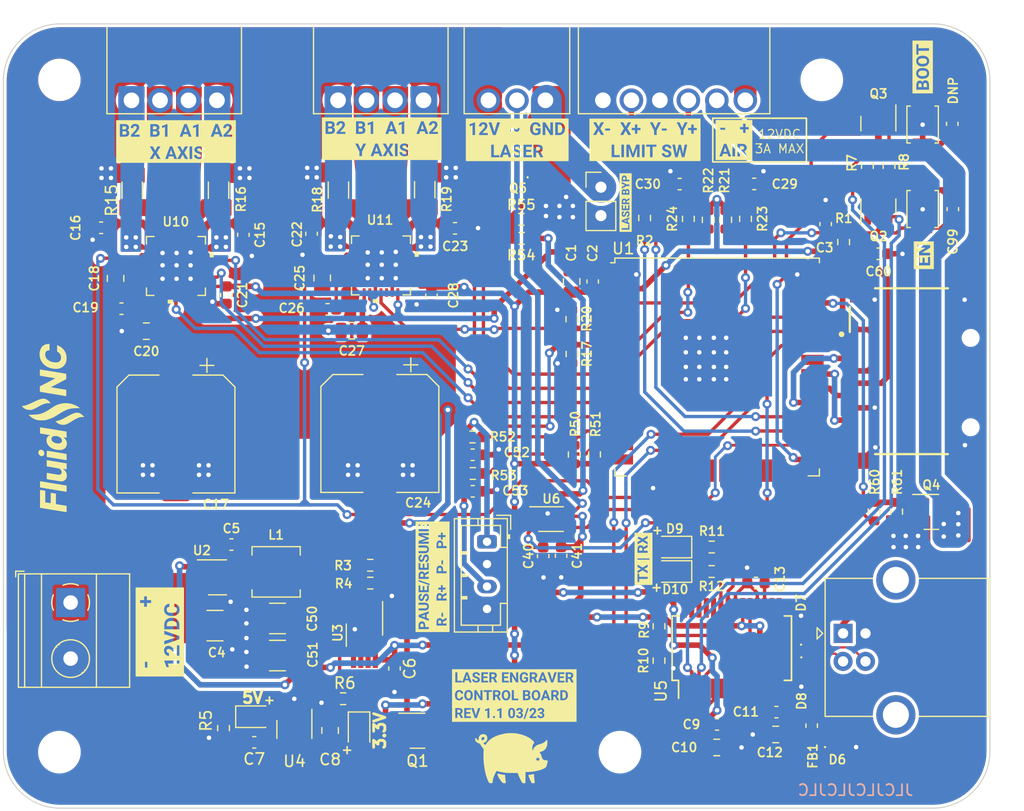
<source format=kicad_pcb>
(kicad_pcb (version 20211014) (generator pcbnew)
  (title_block (title "ESP32 Laser Engraver") (date "2023-03-28") (rev "1.0"))
  (layers (0 "F.Cu" signal) (31 "B.Cu" power) (34 "B.Paste" user) (35 "F.Paste" user) (36 "B.SilkS" user "B.Silkscreen") (37 "F.SilkS" user "F.Silkscreen") (38 "B.Mask" user) (39 "F.Mask" user) (44 "Edge.Cuts" user))
  (net 0 "")
  (net 1 "+3.3V")
  (net 2 "GND")
  (net 3 "/ESP32 MCU/EN")
  (net 4 "+5V")
  (net 5 "Net-(C7-Pad1)")
  (net 6 "Net-(D4-Pad1)")
  (net 7 "Net-(D5-Pad1)")
  (net 8 "Net-(D6-Pad1)")
  (net 9 "Net-(D9-Pad1)")
  (net 10 "Net-(D10-Pad1)")
  (net 11 "Net-(Q1-Pad1)")
  (net 12 "Net-(Q3-Pad1)")
  (net 13 "Net-(R3-Pad2)")
  (net 14 "/ESP32 MCU/IO2")
  (net 15 "/ESP32 MCU/IO0")
  (net 19 "unconnected-(U5-Pad26)")
  (net 30 "Net-(R10-Pad2)")
  (net 31 "Net-(Q2-Pad1)")
  (net 32 "/USB-UART Interface/USB_D+")
  (net 33 "/USB-UART Interface/USB_D-")
  (net 34 "/Power Supply/VBUS")
  (net 35 "/ESP32 MCU/RXD")
  (net 36 "/ESP32 MCU/TXD")
  (net 37 "/ESP32 MCU/RTS")
  (net 38 "/ESP32 MCU/DTR")
  (net 39 "VMOT")
  (net 40 "/ESP32 MCU/IO34")
  (net 41 "/ESP32 MCU/IO35")
  (net 42 "/ESP32 MCU/IO32")
  (net 43 "/ESP32 MCU/IO33")
  (net 44 "/ESP32 MCU/IO25")
  (net 45 "/ESP32 MCU/IO26")
  (net 46 "Net-(C5-Pad1)")
  (net 47 "/ESP32 MCU/IO12")
  (net 48 "/ESP32 MCU/IO13")
  (net 49 "/ESP32 MCU/SHD{slash}SD2")
  (net 50 "/ESP32 MCU/SWP{slash}SD3")
  (net 51 "/ESP32 MCU/SCS{slash}CMD")
  (net 52 "/ESP32 MCU/SCK{slash}CLK")
  (net 53 "/ESP32 MCU/SDO{slash}SD0")
  (net 54 "/ESP32 MCU/SDI{slash}SD1")
  (net 55 "/ESP32 MCU/IO15")
  (net 56 "Net-(C18-Pad1)")
  (net 57 "Net-(C18-Pad2)")
  (net 58 "Net-(C19-Pad2)")
  (net 59 "Net-(C20-Pad2)")
  (net 60 "Net-(C25-Pad1)")
  (net 61 "Net-(C25-Pad2)")
  (net 62 "Net-(C13-Pad1)")
  (net 63 "Net-(R11-Pad1)")
  (net 64 "Net-(R12-Pad1)")
  (net 68 "Net-(C26-Pad2)")
  (net 69 "Net-(C27-Pad2)")
  (net 70 "Net-(C29-Pad1)")
  (net 71 "Net-(C30-Pad1)")
  (net 73 "/Stepper Motor Circuits/X_OA2")
  (net 74 "/Stepper Motor Circuits/X_OA1")
  (net 75 "/Stepper Motor Circuits/X_OB1")
  (net 76 "/Stepper Motor Circuits/X_OB2")
  (net 78 "/Stepper Motor Circuits/Y_OA2")
  (net 79 "/Stepper Motor Circuits/Y_OA1")
  (net 80 "/Stepper Motor Circuits/Y_OB1")
  (net 81 "/Stepper Motor Circuits/Y_OB2")
  (net 83 "/ESP32 MCU/LASER_PWM")
  (net 85 "/ESP32 MCU/CS_SD")
  (net 86 "/ESP32 MCU/MOSI")
  (net 87 "/ESP32 MCU/SCK")
  (net 89 "/ESP32 MCU/MISO")
  (net 90 "Net-(R2-Pad1)")
  (net 91 "/ESP32 MCU/TMC_UART")
  (net 92 "/Stepper Motor Circuits/X_BRB")
  (net 93 "/Stepper Motor Circuits/X_BRA")
  (net 94 "/ESP32 MCU/IO36")
  (net 95 "/Stepper Motor Circuits/Y_BRB")
  (net 96 "/Stepper Motor Circuits/Y_BRA")
  (net 97 "/ESP32 MCU/IO39")
  (net 103 "Net-(U1-Pad26)")
  (net 108 "Net-(C52-Pad1)")
  (net 109 "/Power Supply/5V_SW")
  (net 110 "Net-(Q4-Pad1)")
  (net 111 "/Stepper Motor Circuits/AIR")
  (net 112 "/ESP32 MCU/IO22")
  (net 113 "Net-(C53-Pad1)")
  (net 114 "/ESP32 MCU/PAUSE")
  (net 115 "/ESP32 MCU/RESUME")
  (net 116 "Net-(Q5-Pad3)")
  (net 117 "/ESP32 MCU/LASER_EN")
  (net 118 "Net-(U1-Pad33)")
  (net 119 "/ESP32 MCU/LASER_RET")
  (footprint "kibuzzard-642C7B83" (layer "F.Cu") (at 159.23 74.1)
    (fp_text reference "kibuzzard-642C7B83" hide)
    (fp_text value "G***" hide)
  )
  (footprint "Resistor_SMD:R_0603_1608Metric" (layer "F.Cu") (at 160.4824 120.5791 90)
    (fp_text reference "R10")
    (fp_text value "10k" hide)
  )
  (footprint "LED_SMD:LED_0805_2012Metric" (layer "F.Cu") (at 124.408361 125.589928)
    (fp_text reference "D4" hide)
    (fp_text value "RED" hide)
  )
  (footprint "Resistor_SMD:R_0603_1608Metric" (layer "F.Cu") (at 152.71 90.105 -90)
    (fp_text reference "R20")
    (fp_text value "10k" hide)
  )
  (footprint "Capacitor_SMD:C_0603_1608Metric" (layer "F.Cu") (at 186.6384 72.6674 90)
    (fp_text reference "C14" hide)
    (fp_text value "0u" hide)
  )
  (footprint "Package_SO:VSSOP-8_3.0x3.0mm_P0.65mm" (layer "F.Cu") (at 134.2075 118.3096 -90)
    (fp_text reference "U3")
    (fp_text value "LMV358IDGKR" hide)
  )
  (footprint "Capacitor_SMD:C_0603_1608Metric" (layer "F.Cu") (at 175.3474 81.6185 90)
    (fp_text reference "C3")
    (fp_text value "0.1u" hide)
  )
  (footprint "LED_SMD:LED_0805_2012Metric" (layer "F.Cu") (at 161.7169 112.6291 180)
    (fp_text reference "D10")
    (fp_text value "GRN" hide)
  )
  (footprint "Package_TO_SOT_SMD:SOT-23" (layer "F.Cu") (at 184.77875 107.31)
    (fp_text reference "Q4")
    (fp_text value "SI2302A-TP" hide)
  )
  (footprint "Capacitor_SMD:C_0805_2012Metric" (layer "F.Cu") (at 165.6288 128.3343)
    (fp_text reference "C10")
    (fp_text value "4.7u" hide)
  )
  (footprint "Capacitor_SMD:C_0603_1608Metric" (layer "F.Cu") (at 162.325 78.05 180)
    (fp_text reference "C30")
    (fp_text value "100n" hide)
  )
  (footprint "Capacitor_SMD:C_0603_1608Metric" (layer "F.Cu") (at 151.75 111.225 -90)
    (fp_text reference "C41")
    (fp_text value "100n" hide)
  )
  (footprint "Resistor_SMD:R_1206_3216Metric" (layer "F.Cu") (at 131.885 78.5875 90)
    (fp_text reference "R18")
    (fp_text value "0.14R" hide)
  )
  (footprint "Package_SO:SSOP-28_5.3x10.2mm_P0.65mm" (layer "F.Cu") (at 166.975 119.4697 90)
    (fp_text reference "U5")
    (fp_text value "CY7C65213-28PVXI" hide)
  )
  (footprint "Resistor_SMD:R_0603_1608Metric" (layer "F.Cu") (at 159.2 81.075 -90)
    (fp_text reference "R2")
    (fp_text value "1k" hide)
  )
  (footprint "Capacitor_SMD:C_0805_2012Metric" (layer "F.Cu") (at 131.1443 126.816 90)
    (fp_text reference "C8")
    (fp_text value "2.2u" hide)
  )
  (footprint "Resistor_SMD:R_0603_1608Metric" (layer "F.Cu") (at 181.67875 107.285 -90)
    (fp_text reference "R61")
    (fp_text value "10k" hide)
  )
  (footprint "Capacitor_SMD:CP_Elec_10x10" (layer "F.Cu") (at 135.585 100.3072 -90)
    (fp_text reference "C24")
    (fp_text value "100u" hide)
  )
  (footprint "Resistor_SMD:R_0603_1608Metric" (layer "F.Cu") (at 134.7275 113.6646)
    (fp_text reference "R4")
    (fp_text value "4.7k" hide)
  )
  (footprint "USER_TMC2209:TMC2209" (layer "F.Cu") (at 135.685 85.3072)
    (fp_text reference "U11")
    (fp_text value "TMC2209" hide)
  )
  (footprint "Resistor_SMD:R_0603_1608Metric" (layer "F.Cu") (at 132.305461 123.984728 180)
    (fp_text reference "R6")
    (fp_text value "1k" hide)
  )
  (footprint "Resistor_SMD:R_0603_1608Metric" (layer "F.Cu") (at 165.1835 110.4447 180)
    (fp_text reference "R11")
    (fp_text value "1k" hide)
  )
  (footprint "Capacitor_SMD:CP_Elec_10x10" (layer "F.Cu") (at 117.395 100.3572 -90)
    (fp_text reference "C17")
    (fp_text value "100u" hide)
  )
  (footprint "USER_TMC2209:FXL0420-4R7-M" (layer "F.Cu") (at 126.33 112.66)
    (fp_text reference "L1")
    (fp_text value "4R7" hide)
  )
  (footprint "Capacitor_SMD:C_0603_1608Metric" (layer "F.Cu") (at 136.8875 121.2821 -90)
    (fp_text reference "C6")
    (fp_text value "100n" hide)
  )
  (footprint "kibuzzard-642DA7F4" (layer "F.Cu") (at 184.1 84.4 90)
    (fp_text reference "kibuzzard-642DA7F4" hide)
    (fp_text value "G***" hide)
  )
  (footprint "LED_SMD:LED_0805_2012Metric" (layer "F.Cu") (at 161.7169 110.4447 180)
    (fp_text reference "D9")
    (fp_text value "GRN" hide)
  )
  (footprint "Capacitor_SMD:C_0603_1608Metric" (layer "F.Cu") (at 121.895 87.9572 -90)
    (fp_text reference "C21")
    (fp_text value "100n" hide)
  )
  (footprint "Capacitor_SMD:C_0603_1608Metric" (layer "F.Cu") (at 169.1274 113.6541 180)
    (fp_text reference "C13")
    (fp_text value "1u" hide)
  )
  (footprint "Diode_SMD:D_0402_1005Metric" (layer "F.Cu") (at 173.1766 121.3815 -90)
    (fp_text reference "D8")
    (fp_text value "5VWM" hide)
  )
  (footprint "kibuzzard-642DA8A0" (layer "F.Cu") (at 159.1 111.5 90)
    (fp_text reference "kibuzzard-642DA8A0" hide)
    (fp_text value "G***" hide)
  )
  (footprint "Capacitor_SMD:C_0603_1608Metric" (layer "F.Cu") (at 129.49 82.48 -90)
    (fp_text reference "C22")
    (fp_text value "100n" hide)
  )
  (footprint "USER_TMC2209:KF2EDGR-2.54-6P" (layer "F.Cu") (at 161.83 70.57 180)
    (fp_text reference "J12" hide)
    (fp_text value "Screw_Terminal_01x06" hide)
  )
  (footprint "Capacitor_SMD:C_0603_1608Metric" (layer "F.Cu") (at 154.5682 86.7413 90)
    (fp_text reference "C2")
    (fp_text value "0.1u" hide)
  )
  (footprint "Resistor_SMD:R_0603_1608Metric" (layer "F.Cu") (at 168.2 81.15 90)
    (fp_text reference "R23")
    (fp_text value "100R" hide)
  )
  (footprint "Resistor_SMD:R_0603_1608Metric" (layer "F.Cu") (at 148.225 82.9 180)
    (fp_text reference "R54")
    (fp_text value "1k" hide)
  )
  (footprint "Resistor_SMD:R_0603_1608Metric" (layer "F.Cu") (at 164.87 81.24 90)
    (fp_text reference "R22")
    (fp_text value "10k" hide)
  )
  (footprint "Capacitor_SMD:C_0805_2012Metric" (layer "F.Cu") (at 170.8906 127.1727 180)
    (fp_text reference "C12")
    (fp_text value "4.7u" hide)
  )
  (footprint "Connector_PinHeader_2.54mm:PinHeader_1x02_P2.54mm_Vertical" (layer "F.Cu") (at 155.3 78.325)
    (fp_text reference "J21" hide)
    (fp_text value "Conn_01x02_Male" hide)
  )
  (footprint "MountingHole:MountingHole_3.2mm_M3" (layer "F.Cu") (at 107 128.75)
    (fp_text reference "H3" hide)
    (fp_text value "MountingHole" hide)
  )
  (footprint "Resistor_SMD:R_0603_1608Metric" (layer "F.Cu") (at 176.95 83.225 90)
    (fp_text reference "R1")
    (fp_text value "10k" hide)
  )
  (footprint "Package_TO_SOT_SMD:SOT-23" (layer "F.Cu") (at 180.05 72.655 -90)
    (fp_text reference "Q3")
    (fp_text value "SS8050-G" hide)
  )
  (footprint "Capacitor_SMD:C_0805_2012Metric" (layer "F.Cu") (at 152.6886 86.7413 90)
    (fp_text reference "C1")
    (fp_text value "47u" hide)
  )
  (footprint "Package_TO_SOT_SMD:TSOT-23-6" (layer "F.Cu") (at 121.1025 113.15)
    (fp_text reference "U2")
    (fp_text value "AP63205WU" hide)
  )
  (footprint "Resistor_SMD:R_1206_3216Metric" (layer "F.Cu") (at 121.195 78.6 90)
    (fp_text reference "R16")
    (fp_text value "0.14R" hide)
  )
  (footprint "kibuzzard-642C73EA" (layer "F.Cu") (at 117.4 74.25)
    (fp_text reference "kibuzzard-642C73EA" hide)
    (fp_text value "G***" hide)
  )
  (footprint "Resistor_SMD:R_0603_1608Metric" (layer "F.Cu") (at 143.88 103.88 180)
    (fp_text reference "R53")
    (fp_text value "100R" hide)
  )
  (footprint "Capacitor_SMD:C_0805_2012Metric" (layer "F.Cu") (at 133.075 91.1372)
    (fp_text reference "C27")
    (fp_text value "2.2u" hide)
  )
  (footprint "Resistor_SMD:R_0603_1608Metric" (layer "F.Cu") (at 152.72 93.215 90)
    (fp_text reference "R17")
    (fp_text value "10k" hide)
  )
  (footprint "Capacitor_SMD:C_0603_1608Metric" (layer "F.Cu") (at 143.87 105.47)
    (fp_text reference "C53")
    (fp_text value "100n" hide)
  )
  (footprint "kibuzzard-6448424C" (layer "F.Cu") (at 140.28 113.1 90)
    (fp_text reference "kibuzzard-6448424C" hide)
    (fp_text value "G***" hide)
  )
  (footprint "Resistor_SMD:R_0603_1608Metric" (layer "F.Cu") (at 148.2 81.2)
    (fp_text reference "R55")
    (fp_text value "10k" hide)
  )
  (footprint "Inductor_SMD:L_0603_1608Metric" (layer "F.Cu") (at 174.1 126.3875 -90)
    (fp_text reference "FB1")
    (fp_text value "40R" hide)
  )
  (footprint "Resistor_SMD:R_0603_1608Metric" (layer "F.Cu") (at 134.725 112.07 180)
    (fp_text reference "R3")
    (fp_text value "6.8k" hide)
  )
  (footprint "Capacitor_SMD:C_0603_1608Metric" (layer "F.Cu") (at 186.6896 80.2892 -90)
    (fp_text reference "C99")
    (fp_text value "0.1u" hide)
  )
  (footprint "Capacitor_SMD:C_0603_1608Metric" (layer "F.Cu") (at 110.72 81.95 180)
    (fp_text reference "C16")
    (fp_text value "100n" hide)
  )
  (footprint "Package_SO:VSSOP-8_2.3x2mm_P0.5mm" (layer "F.Cu") (at 150.85 107.95)
    (fp_text reference "U6")
    (fp_text value "TXS0102DCU" hide)
  )
  (footprint "Resistor_SMD:R_0603_1608Metric" (layer "F.Cu") (at 165.1774 112.6291 180)
    (fp_text reference "R12")
    (fp_text value "1k" hide)
  )
  (footprint "Capacitor_SMD:C_0603_1608Metric" (layer "F.Cu") (at 168.975 78.0375)
    (fp_text reference "C29")
    (fp_text value "100n" hide)
  )
  (footprint "USER_TMC2209:TMC2209" (layer "F.Cu") (at 117.395 85.3572)
    (fp_text reference "U10")
    (fp_text value "TMC2209" hide)
  )
  (footprint "Diode_SMD:D_0402_1005Metric" (layer "F.Cu") (at 173.1512 118.0636 90)
    (fp_text reference "D7")
    (fp_text value "5VWM" hide)
  )
  (footprint "kibuzzard-6448C6A4" (layer "F.Cu") (at 147.574 123.698)
    (fp_text reference "kibuzzard-6448C6A4" hide)
    (fp_text value "G***" hide)
  )
  (footprint "MountingHole:MountingHole_3.2mm_M3" (layer "F.Cu") (at 107 68.75)
    (fp_text reference "H1" hide)
    (fp_text value "MountingHole" hide)
  )
  (footprint "kibuzzard-642C740F" (layer "F.Cu") (at 135.75 74)
    (fp_text reference "kibuzzard-642C740F" hide)
    (fp_text value "G***" hide)
  )
  (footprint "Capacitor_SMD:C_0805_2012Metric" (layer "F.Cu") (at 112.01 86.47 -90)
    (fp_text reference "C18")
    (fp_text value "22n" hide)
  )
  (footprint "kibuzzard-6448C4B4" (layer "F.Cu") (at 157.5 79.7 90)
    (fp_text reference "kibuzzard-6448C4B4" hide)
    (fp_text value "G***" hide)
  )
  (footprint "RF_Module:ESP32-WROOM-32U" (layer "F.Cu") (at 165.668 94.3717)
    (fp_text reference "U1")
    (fp_text value "ESP32-WROOM-32U" hide)
  )
  (footprint "Capacitor_SMD:C_1210_3225Metric" (layer "F.Cu") (at 126.455 116.82 180)
    (fp_text reference "C50")
    (fp_text value "22u" hide)
  )
  (footprint "Resistor_SMD:R_0603_1608Metric" (layer "F.Cu") (at 160.4824 117.5141 90)
    (fp_text reference "R9")
    (fp_text value "4k7" hide)
  )
  (footprint "LOGO" (layer "F.Cu") (at 106.426 99.822 90)
    (fp_text reference "G***" hide)
    (fp_text value "LOGO" hide)
  )
  (footprint "kibuzzard-642DA806" (layer "F.Cu") (at 184 67.6 90)
    (fp_text reference "kibuzzard-642DA806" hide)
    (fp_text value "G***" hide)
  )
  (footprint "kibuzzard-64481964" (layer "F.Cu") (at 167.17 74.12)
    (fp_text reference "kibuzzard-64481964" hide)
    (fp_text value "G***" hide)
  )
  (footprint "Capacitor_SMD:C_0603_1608Metric" (layer "F.Cu") (at 140.185 88.0072 -90)
    (fp_text reference "C28")
    (fp_text value "100n" hide)
  )
  (footprint "USER_TMC2209:TF-01A" (layer "F.Cu") (at 184.75 94.7514 90)
    (fp_text reference "J100" hide)
    (fp_text value "TF-01A")
  )
  (footprint "Button_Switch_SMD:SW_SPST_B3U-1000P" (layer "F.Cu") (at 183.9972 72.733 90)
    (fp_text reference "SW1" hide)
    (fp_text value "SW_Push" hide)
  )
  (footprint "MountingHole:MountingHole_3.2mm_M3" (layer "F.Cu") (at 157 128.75)
    (fp_text reference "H4" hide)
    (fp_text value "MountingHole" hide)
  )
  (footprint "Resistor_SMD:R_0603_1608Metric" (layer "F.Cu") (at 152.92 102.185 -90)
    (fp_text reference "R50")
    (fp_text value "10k" hide)
  )
  (footprint "Resistor_SMD:R_0603_1608Metric" (layer "F.Cu") (at 166.43 81.235 90)
    (fp_text reference "R21")
    (fp_text value "10k" hide)
  )
  (footprint "TerminalBlock_Phoenix:TerminalBlock_Phoenix_MKDS-1,5-2_1x02_P5.00mm_Horizontal" (layer "F.Cu") (at 108 115.4 -90)
    (fp_text reference "J2" hide)
    (fp_text value "1935776" hide)
  )
  (footprint "USER_TMC2209:KF2EDGR-2.54-3P" (layer "F.Cu") (at 147.81 70.5697 180)
    (fp_text reference "J20" hide)
    (fp_text value "Screw_Terminal_01x03" hide)
  )
  (footprint "LED_SMD:LED_0805_2012Metric" (layer "F.Cu") (at 133.727861 126.852628 -90)
    (fp_text reference "D5" hide)
    (fp_text value "GRN" hide)
  )
  (footprint "Capacitor_SMD:C_0603_1608Metric" (layer "F.Cu") (at 124.380661 127.875928 180)
    (fp_text reference "C7")
    (fp_text value "10n" hide)
  )
  (footprint "Capacitor_SMD:C_0603_1608Metric" (layer "F.Cu") (at 142.285 82)
    (fp_text reference "C23")
    (fp_text value "100n" hide)
  )
  (footprint "Capacitor_SMD:C_0603_1608Metric" (layer "F.Cu") (at 180.065 84.27)
    (fp_text reference "C60")
    (fp_text value "100n" hide)
  )
  (footprint "kibuzzard-6448BA0F" (layer "F.Cu") (at 147.835 74.1)
    (fp_text reference "kibuzzard-6448BA0F" hide)
    (fp_text value "G***" hide)
  )
  (footprint "Capacitor_SMD:C_1210_3225Metric" (layer "F.Cu") (at 126.455 120.13 180)
    (fp_text reference "C51")
    (fp_text value "22u" hide)
  )
  (footprint "Capacitor_SMD:C_1210_3225Metric" (layer "F.Cu") (at 120.88 117.46)
    (fp_text reference "C4")
    (fp_text value "10u" hide)
  )
  (footprint "Package_TO_SOT_SMD:SOT-23" (layer "F.Cu") (at 180.05 80.0233 90)
    (fp_text reference "Q2")
    (fp_text value "SS8050-G" hide)
  )
  (footprint "Resistor_SMD:R_0603_1608Metric" (layer "F.Cu") (at 179.0696 76.4142 -90)
    (fp_text reference "R7")
    (fp_text value "10k" hide)
  )
  (footprint "USER_TMC2209:KF2EDGR-2.54-4P" (layer "F.Cu") (at 117.24 70.575 180)
    (fp_text reference "J10" hide)
    (fp_text value "Screw_Terminal_01x04" hide)
  )
  (footprint "Diode_SMD:D_0402_1005Metric" (layer "F.Cu") (at 176.385 128.3)
    (fp_text reference "D6")
    (fp_text value "5VWM" hide)
  )
  (footprint "Capacitor_SMD:C_0603_1608Metric" (layer "F.Cu") (at 123.41 82.575 -90)
    (fp_text reference "C15")
    (fp_text value "100n" hide)
  )
  (footprint "Capacitor_SMD:C_0805_2012Metric" (layer "F.Cu") (at 130.44 86.43 -90)
    (fp_text reference "C25")
    (fp_text value "22n" hide)
  )
  (footprint "Resistor_SMD:R_0603_1608Metric" (layer "F.Cu") (at 154.73 102.18 -90)
    (fp_text reference "R51")
    (fp_text value "10k" hide)
  )
  (footprint "Connector_JST:JST_PH_B4B-PH-K_1x04_P2.00mm_Vertical" (layer "F.Cu") (at 145.14 109.97 -90)
    (fp_text reference "J101" hide)
    (fp_text value "Conn_01x04_Male" hide)
  )
  (footprint "Connector_USB:USB_B_OST_USB-B1HSxx_Horizontal" (layer "F.Cu") (at 176.9 118.1506)
    (fp_text reference "J3" hide)
    (fp_text value "USB_B" hide)
  )
  (footprint "Resistor_SMD:R_0603_1608Metric" (layer "F.Cu") (at 181 76.4142 -90)
    (fp_text reference "R8")
    (fp_text value "10k" hide)
  )
  (footprint "Capacitor_SMD:C_0603_1608Metric" (layer "F.Cu") (at 170.9524 125.1791)
    (fp_text reference "C11")
    (fp_text value "0.1u" hide)
  )
  (footprint "kibuzzard-642DA84C" (layer "F.Cu") (at 115.955 118.025 90)
    (fp_text reference "kibuzzard-642DA84C" hide)
    (fp_text value "G***" hide)
  )
  (footprint "Capacitor_SMD:C_0603_1608Metric" (layer "F.Cu") (at 150.15 111.25 -90)
    (fp_text reference "C40")
    (fp_text value "100n" hide)
  )
  (footprint "Capacitor_SMD:C_0805_2012Metric" (layer "F.Cu") (at 114.755 91.1772)
    (fp_text reference "C20")
    (fp_text value "2.2u" hide)
  )
  (footprint "Resistor_SMD:R_1206_3216Metric" (layer "F.Cu") (at 113.495 78.6 90)
    (fp_text reference "R15")
    (fp_text value "0.14R" hide)
  )
  (footprint "USER_TMC2209:PMPB23XNEZ" (layer "F.Cu") (at 150.36 78.2)
    (fp_text reference "Q5")
    (fp_text value "PMPB23XNEZ" hide)
  )
  (footprint "Resistor_SMD:R_1206_3216Metric" (layer "F.Cu") (at 139.585 78.55 90)
    (fp_text reference "R19")
    (fp_text value "0.14R" hide)
  )
  (footprint "Resistor_SMD:R_0603_1608Metric" (layer "F.Cu") (at 121.637461 126.605928 -90)
    (fp_text reference "R5")
    (fp_text value "1k" hide)
  )
  (footprint "Resistor_SMD:R_0603_1608Metric" (layer "F.Cu") (at 163.1 81.15 90)
    (fp_text reference "R24")
    (fp_text value "100R" hide)
  )
  (footprint "Capacitor_SMD:C_0603_1608Metric" (layer "F.Cu") (at 112.535 89.17)
    (fp_text reference "C19")
    (fp_text value "100n" hide)
  )
  (footprint "Resistor_SMD:R_0603_1608Metric" (layer "F.Cu") (at 179.67 107.28 90)
    (fp_text reference "R60")
    (fp_text value "1k" hide)
  )
  (footprint "Capacitor_SMD:C_0603_1608Metric" (layer "F.Cu") (at 165.6564 126.2769 180)
    (fp_text reference "C9")
    (fp_text value "0.1u" hide)
  )
  (footprint "Button_Switch_SMD:SW_SPST_B3U-1000P" (layer "F.Cu") (at 183.9972 80.275 -90)
    (fp_text reference "SW2" hide)
    (fp_text value "SW_Push" hide)
  )
  (footprint "Capacitor_SMD:C_0603_1608Metric" (layer "F.Cu") (at 143.86 102.21)
    (fp_text reference "C52")
    (fp_text value "100n" hide)
  )
  (footprint "Capacitor_SMD:C_0603_1608Metric" (layer "F.Cu") (at 122.34 110.22)
    (fp_text reference "C5")
    (fp_text value "0.1u" hide)
  )
  (footprint "Resistor_SMD:R_0603_1608Metric" (layer "F.Cu") (at 143.85 100.62 180)
    (fp_text reference "R52")
    (fp_text value "100R" hide)
  )
  (footprint "LOGO" (layer "F.Cu") (at 147.32 129.286)
    (fp_text reference "G***" hide)
    (fp_text value "LOGO" hide)
  )
  (footprint "MountingHole:MountingHole_3.2mm_M3" (layer "F.Cu") (at 175 68.75)
    (fp_text reference "H2" hide)
    (fp_text value "MountingHole" hide)
  )
  (footprint "USER_TMC2209:KF2EDGR-2.54-4P" (layer "F.Cu") (at 135.665 70.5697 180)
    (fp_text reference "J11" hide)
    (fp_text value "Screw_Terminal_01x04" hide)
  )
  (footprint "Package_TO_SOT_SMD:SOT-23-5" (layer "F.Cu") (at 127.958811 126.7271 -90)
    (fp_text reference "U4")
    (fp_text value "SPX3819M5-L-3-3" hide)
  )
  (footprint "Package_TO_SOT_SMD:SOT-23" (layer "F.Cu") (at 138.94 126.8396)
    (fp_text reference "Q1")
    (fp_text value "DMP2110U-7" hide)
  )
  (footprint "Capacitor_SMD:C_0603_1608Metric" (layer "F.Cu") (at 130.915 89.23)
    (fp_text reference "C26")
    (fp_text value "100n" hide)
  )
  (gr_rect (start 165.28 72.17) (end 173.63 76.07) (layer "F.SilkS") (width 0.15) (fill none))
  (gr_line (start 107 133.75) (end 185 133.75) (layer "Edge.Cuts") (width 0.1))
  (gr_arc (start 107 133.75) (mid 103.489927 132.260073) (end 102 128.75) (layer "Edge.Cuts") (width 0.1))
  (gr_arc (start 185 63.75) (mid 188.51006 65.239936) (end 190 68.75) (layer "Edge.Cuts") (width 0.1))
  (gr_arc (start 190 128.75) (mid 188.510081 132.260094) (end 185 133.75) (layer "Edge.Cuts") (width 0.1))
  (gr_line (start 190 68.75) (end 190 128.75) (layer "Edge.Cuts") (width 0.1))
  (gr_arc (start 102 68.75) (mid 103.489926 65.239925) (end 107 63.75) (layer "Edge.Cuts") (width 0.1))
  (gr_line (start 102 128.75) (end 102 68.75) (layer "Edge.Cuts") (width 0.1))
  (gr_line (start 185 63.75) (end 107 63.75) (layer "Edge.Cuts") (width 0.1))
  (gr_text "JLCJLCJLCJLC" (at 178.01 132.14) (layer "B.SilkS") (effects (font (size 1 1)) (justify mirror)))
  (gr_text "+" (at 160.3244 114.0735 270) (layer "F.SilkS") (effects (font (size 0.8 0.8))))
  (gr_text "+" (at 132.661061 128.637928 180) (layer "F.SilkS") (effects (font (size 0.8 0.8))))
  (gr_text "12VDC\n3A MAX" (at 171.23 74.25) (layer "F.SilkS") (effects (font (size 0.8 0.8) (thickness 0.1))))
  (gr_text "+" (at 160.3961 108.9715 270) (layer "F.SilkS") (effects (font (size 0.8 0.8))))
  (gr_text "3.3V" (at 135.5775 126.8396 90) (layer "F.SilkS") (effects (font (size 1 1) (thickness 0.25))))
  (gr_text "5V" (at 124.2275 123.8896) (layer "F.SilkS") (effects (font (size 1 1) (thickness 0.25))))
  (gr_text "DNP" (at 186.7196 69.7092 90) (layer "F.SilkS") (effects (font (size 0.8 0.8))))
  (gr_text "+" (at 125.790672 124.137128 270) (layer "F.SilkS") (effects (font (size 0.8 0.8))))
  (segment (start 148.3 114.5) (end 147.6 113.8) (width 0.5) (layer "F.Cu") (net 1))
  (segment (start 164.87 80.415) (end 164.87 80.19) (width 0.5) (layer "F.Cu") (net 1))
  (segment (start 179.07 84.05) (end 179.29 84.27) (width 0.5) (layer "F.Cu") (net 1))
  (segment (start 129.6275 123.6896) (end 129.6275 127.145911) (width 0.3) (layer "F.Cu") (net 1))
  (segment (start 147.6 113.25) (end 147.6 113.75) (width 0.5) (layer "F.Cu") (net 1))
  (segment (start 138.7572 86.8072) (end 139.1822 87.2322) (width 0.3) (layer "F.Cu") (net 1))
  (segment (start 139.39 124.44) (end 146.66 124.44) (width 0.5) (layer "F.Cu") (net 1))
  (segment (start 120.5822 87.1822) (end 121.895 87.1822) (width 0.3) (layer "F.Cu") (net 1))
  (segment (start 164.87 80.19) (end 165.65 79.41) (width 0.5) (layer "F.Cu") (net 1))
  (segment (start 176.95 84.05) (end 178.34 84.05) (width 0.5) (layer "F.Cu") (net 1))
  (segment (start 148.7 114.5) (end 148.3 114.5) (width 0.5) (layer "F.Cu") (net 1))
  (segment (start 176.95 84.05) (end 173.75 84.05) (width 0.5) (layer "F.Cu") (net 1))
  (segment (start 148.1 114.5) (end 147.6 115) (width 0.5) (layer "F.Cu") (net 1))
  (segment (start 180.97 86.6) (end 180.97 95.16) (width 0.5) (layer "F.Cu") (net 1))
  (segment (start 147.6 115.2) (end 147.6 115.4) (width 0.5) (layer "F.Cu") (net 1))
  (segment (start 148.025 110.475) (end 147.6 110.9) (width 0.3) (layer "F.Cu") (net 1))
  (segment (start 161.4624 115.1391) (end 161.7924 115.4691) (width 0.5) (layer "F.Cu") (net 1))
  (segment (start 156.7934 87.5163) (end 156.918 87.3917) (width 0.5) (layer "F.Cu") (net 1))
  (segment (start 150.15 110.475) (end 148.025 110.475) (width 0.3) (layer "F.Cu") (net 1))
  (segment (start 180.97 95.16) (end 180.3084 95.8216) (width 0.5) (layer "F.Cu") (net 1))
  (segment (start 164.7 121.812161) (end 165.2324 121.279761) (width 0.3) (layer "F.Cu") (net 1))
  (segment (start 178.42 84.05) (end 178.34 84.05) (width 0.5) (layer "F.Cu") (net 1))
  (segment (start 134.5325 118.1275) (end 133.81 118.85) (width 0.3) (layer "F.Cu") (net 1))
  (segment (start 129.6275 127.4896) (end 129.373172 127.743928) (width 0.3) (layer "F.Cu") (net 1))
  (segment (start 147.6 113.25) (end 147.6 113.8) (width 0.5) (layer "F.Cu") (net 1))
  (segment (start 148.3 114.5) (end 147.6 115.2) (width 0.5) (layer "F.Cu") (net 1))
  (segment (start 131.137061 127.743928) (end 130.081828 127.743928) (width 0.5) (layer "F.Cu") (net 1))
  (segment (start 160.7794 114.4561) (end 158.6439 114.4561) (width 0.5) (layer "F.Cu") (net 1))
  (segment (start 147.6 110.05) (end 147.6 109.75) (width 0.3) (layer "F.Cu") (net 1))
  (segment (start 150.15 110.475) (end 150.15 109.9) (width 0.3) (layer "F.Cu") (net 1))
  (segment (start 149.3 108.2) (end 150.35 108.2) (width 0.3) (layer "F.Cu") (net 1))
  (segment (start 147.625 110.475) (end 147.6 110.45) (width 0.3) (layer "F.Cu") (net 1))
  (segment (start 131.2525 122.8646) (end 130.4525 122.8646) (width 0.3) (layer "F.Cu") (net 1))
  (segment (start 157.168 87.3867) (end 159.0133 87.3867) (width 0.5) (layer "F.Cu") (net 1))
  (segment (start 164.6788 126.4795) (end 164.8814 126.2769) (width 0.5) (layer "F.Cu") (net 1))
  (segment (start 148.3 114.5) (end 148.1 114.5) (width 0.5) (layer "F.Cu") (net 1))
  (segment (start 179.29 84.92) (end 178.42 84.05) (width 0.5) (layer "F.Cu") (net 1))
  (segment (start 135.03 88.63) (end 135.03 89.05) (width 0.3) (layer "F.Cu") (net 1))
  (segment (start 129.6275 127.2896) (end 130.081828 127.743928) (width 0.3) (layer "F.Cu") (net 1))
  (segment (start 179.29 84.27) (end 179.29 84.92) (width 0.5) (layer "F.Cu") (net 1))
  (segment (start 131.137061 127.743928) (end 133.681661 127.743928) (width 0.5) (layer "F.Cu") (net 1))
  (segment (start 134.684999 87.7305) (end 134.684999 88.286471) (width 0.3) (layer "F.Cu") (net 1))
  (segment (start 129.6275 127.145911) (end 129.6275 127.2896) (width 0.3) (layer "F.Cu") (net 1))
  (segment (start 150.65 108.75) (end 150.65 108.5) (width 0.3) (layer "F.Cu") (net 1))
  (segment (start 179.29 84.92) (end 180.97 86.6) (width 0.5) (layer "F.Cu") (net 1))
  (segment (start 161.7924 119.1991) (end 164.1024 119.1991) (width 0.5) (layer "F.Cu") (net 1))
  (segment (start 161.7924 115.4691) (end 161.7924 116.0291) (width 0.5) (layer "F.Cu") (net 1))
  (segment (start 150.65 108.5) (end 150.65 108.45) (width 0.3) (layer "F.Cu") (net 1))
  (segment (start 147.6 103.01) (end 154.725 103.01) (width 0.5) (layer "F.Cu") (net 1))
  (segment (start 131.9975 122.1196) (end 131.2525 122.8646) (width 0.3) (layer "F.Cu") (net 1))
  (segment (start 166.43 80.19) (end 165.65 79.41) (width 0.5) (layer "F.Cu") (net 1))
  (segment (start 135.02 88.62) (end 135.03 88.63) (width 0.3) (layer "F.Cu") (net 1))
  (segment (start 138.1083 86.8072) (end 138.7572 86.8072) (width 0.3) (layer "F.Cu") (net 1))
  (segment (start 147.6 114.6) (end 147.6 115) (width 0.5) (layer "F.Cu") (net 1))
  (segment (start 147.6 106.4) (end 147.6 109.75) (width 0.5) (layer "F.Cu") (net 1))
  (segment (start 164.7 123.0697) (end 164.7 121.812161) (width 0.3) (layer "F.Cu") (net 1))
  (segment (start 150.65 108.45) (end 150.9 108.2) (width 0.3) (layer "F.Cu") (net 1))
  (segment (start 166.43 80.41) (end 166.43 80.19) (width 0.5) (layer "F.Cu") (net 1))
  (segment (start 150.65 108.75) (end 150.65 108.2) (width 0.3) (layer "F.Cu") (net 1))
  (segment (start 147.6 123.5) (end 147.6 120.1) (width 0.5) (layer "F.Cu") (net 1))
  (segment (start 143.0822 87.2322) (end 143.1 87.25) (width 0.5) (layer "F.Cu") (net 1))
  (segment (start 147.6 110.45) (end 147.6 110.95) (width 0.5) (layer "F.Cu") (net 1))
  (segment (start 120.2572 86.8572) (end 120.525 87.125) (width 0.3) (layer "F.Cu") (net 1))
  (segment (start 133.81 118.85) (end 132.6071 118.85) (width 0.3) (layer "F.Cu") (net 1))
  (segment (start 132.6071 118.85) (end 131.9975 119.4596) (width 0.3) (layer "F.Cu") (net 1))
  (segment (start 160.7794 114.4561) (end 161.4624 115.1391) (width 0.5) (layer "F.Cu") (net 1))
  (segment (start 136.09 126.79) (end 136.09 124.54) (width 0.5) (layer "F.Cu") (net 1))
  (segment (start 130.081828 127.743928) (end 129.373172 127.743928) (width 0.5) (layer "F.Cu") (net 1))
  (segment (start 160.7794 112.6291) (end 160.7794 114.4561) (width 0.5) (layer "F.Cu") (net 1))
  (segment (start 164.8814 126.2769) (end 164.8814 125.7905) (width 0.5) (layer "F.Cu") (net 1))
  (segment (start 150.15 109.9) (end 150.65 109.4) (width 0.3) (layer "F.Cu") (net 1))
  (segment (start 133.727861 127.790128) (end 133.727989 127.79) (width 0.5) (layer "F.Cu") (net 1))
  (segment (start 150.65 108.2) (end 150.9 108.2) (width 0.3) (layer "F.Cu") (net 1))
  (segment (start 134.5325 116.1096) (end 134.5325 118.1275) (width 0.3) (layer "F.Cu") (net 1))
  (segment (start 147.6 115) (end 147.6 115.4) (width 0.5) (layer "F.Cu") (net 1))
  (segment (start 147.6 109.75) (end 147.6 110.45) (width 0.5) (layer "F.Cu") (net 1))
  (segment (start 148.8587 87.6913) (end 152.6886 87.6913) (width 0.5) (layer "F.Cu") (net 1))
  (segment (start 147.6 115.4) (end 147.6 118.2) (width 0.5) (layer "F.Cu") (net 1))
  (segment (start 152.6886 87.6913) (end 154.3932 87.6913) (width 0.5) (layer "F.Cu") (net 1))
  (segment (start 129.6275 127.145911) (end 129.6275 127.4896) (width 0.3) (layer "F.Cu") (net 1))
  (segment (start 164.6788 128.3343) (end 164.6788 126.4795) (width 0.5) (layer "F.Cu") (net 1))
  (segment (start 147.6 112.9) (end 147.6 113.25) (width 0.5) (layer "F.Cu") (net 1))
  (segment (start 147.6 112.9) (end 147.6 114.6) (width 0.5) (layer "F.Cu") (net 1))
  (segment (start 135.09 127.79) (end 136.09 126.79) (width 0.5) (layer "F.Cu") (net 1))
  (segment (start 129.373172 127.743928) (end 129.029483 127.743928) (width 0.5) (layer "F.Cu") (net 1))
  (segment (start 139.4122 87.2322) (end 140.185 87.2322) (width 0.3) (layer "F.Cu") (net 1))
  (segment (start 130.4525 122.8646) (end 129.6275 123.6896) (width 0.3) (layer "F.Cu") (net 1))
  (segment (start 147.6 110.95) (end 147.6 112.9) (width 0.5) (layer "F.Cu") (net 1))
  (segment (start 129.6275 127.145911) (end 128.908811 127.8646) (width 0.3) (layer "F.Cu") (net 1))
  (segment (start 146.66 124.44) (end 146.925 124.175) (width 0.5) (layer "F.Cu") (net 1))
  (segment (start 154.725 103.01) (end 154.73 103.005) (width 0.5) (layer "F.Cu") (net 1))
  (segment (start 146.65 124.45) (end 146.925 124.175) (width 0.5) (layer "F.Cu") (net 1))
  (segment (start 147.6 110.9) (end 147.6 110.95) (width 0.3) (layer "F.Cu") (net 1))
  (segment (start 135.018528 88.62) (end 135.02 88.62) (width 0.3) (layer "F.Cu") (net 1))
  (segment (start 140.185 87.2322) (end 143.0822 87.2322) (width 0.5) (layer "F.Cu") (net 1))
  (segment (start 119.8183 86.8572) (end 120.2572 86.8572) (width 0.3) (layer "F.Cu") (net 1))
  (segment (start 139.1822 87.2322) (end 139.4122 87.2322) (width 0.3) (layer "F.Cu") (net 1))
  (segment (start 180.3084 95.8216) (end 177.5762 95.8216) (width 0.5) (layer "F.Cu") (net 1))
  (segment (start 164.8814 125.7905) (end 165.6582 125.0137) (width 0.5) (layer "F.Cu") (net 1))
  (segment (start 148.3 114.5) (end 147.7 114.5) (width 0.5) (layer "F.Cu") (net 1))
  (segment (start 131.9975 119.4596) (end 131.9975 122.1196) (width 0.3) (layer "F.Cu") (net 1))
  (segment (start 165.2324 121.279761) (end 165.2324 120.3291) (width 0.3) (layer "F.Cu") (net 1))
  (segment (start 150.65 108.5) (end 150.35 108.2) (width 0.3) (layer "F.Cu") (net 1))
  (segment (start 150.9 108.2) (end 152.4 108.2) (width 0.3) (layer "F.Cu") (net 1))
  (segment (start 159.0133 87.3867) (end 159.525 86.875) (width 0.5) (layer "F.Cu") (net 1))
  (segment (start 139.4122 87.2322) (end 139.1778 87.2322) (width 0.3) (layer "F.Cu") (net 1))
  (segment (start 151.95 114.5) (end 148.7 114.5) (width 0.5) (layer "F.Cu") (net 1))
  (segment (start 147.7 114.5) (end 147.6 114.6) (width 0.5) (layer "F.Cu") (net 1))
  (segment (start 124.4822 87.1822) (end 124.5 87.2) (width 0.5) (layer "F.Cu") (net 1))
  (segment (start 158.6439 114.4561) (end 158.6 114.5) (width 0.5) (layer "F.Cu") (net 1))
  (segment (start 159.525 86.875) (end 161.1 85.3) (width 0.5) (layer "F.Cu") (net 1))
  (segment (start 154.5682 87.5163) (end 156.7934 87.5163) (width 0.5) (layer "F.Cu") (net 1))
  (segment (start 178.34 84.05) (end 179.07 84.05) (width 0.5) (layer "F.Cu") (net 1))
  (segment (start 134.684999 88.286471) (end 135.018528 88.62) (width 0.3) (layer "F.Cu") (net 1))
  (segment (start 133.727989 127.79) (end 135.09 127.79) (width 0.5) (layer "F.Cu") (net 1))
  (segment (start 121.895 87.1822) (end 124.4822 87.1822) (width 0.5) (layer "F.Cu") (net 1))
  (segment (start 129.029483 127.743928) (end 128.908811 127.8646) (width 0.5) (layer "F.Cu") (net 1))
  (segment (start 150.65 109.4) (end 150.65 108.75) (width 0.3) (layer "F.Cu") (net 1))
  (segment (start 148.025 110.475) (end 147.6 110.05) (width 0.3) (layer "F.Cu") (net 1))
  (segment (start 147.6 88.95) (end 148.8587 87.6913) (width 0.5) (layer "F.Cu") (net 1))
  (segment (start 150.35 108.2) (end 150.65 108.2) (width 0.3) (layer "F.Cu") (net 1))
  (segment (start 154.3932 87.6913) (end 154.5682 87.5163) (width 0.5) (layer "F.Cu") (net 1))
  (segment (start 160.7794 110.4447) (end 160.7794 112.6291) (width 0.5) (layer "F.Cu") (net 1))
  (segment (start 148.025 110.475) (end 147.625 110.475) (width 0.3) (layer "F.Cu") (net 1))
  (segment (start 120.525 87.125) (end 120.5822 87.1822) (width 0.3) (layer "F.Cu") (net 1))
  (segment (start 146.925 124.175) (end 147.6 123.5) (width 0.5) (layer "F.Cu") (net 1))
  (segment (start 164.1024 119.1991) (end 165.2324 120.3291) (width 0.5) (layer "F.Cu") (net 1))
  (via (at 161.7924 119.1991) (size 0.8) (drill 0.4) (layers "F.Cu" "B.Cu") (net 1))
  (via (at 147.6 106.4) (size 0.8) (drill 0.4) (layers "F.Cu" "B.Cu") (net 1))
  (via (at 143.1 87.25) (size 0.8) (drill 0.4) (layers "F.Cu" "B.Cu") (net 1))
  (via (at 158.6 114.5) (size 0.8) (drill 0.4) (layers "F.Cu" "B.Cu") (net 1))
  (via (at 139.39 124.44) (size 0.8) (drill 0.4) (layers "F.Cu" "B.Cu") (net 1))
  (via (at 165.2324 120.3291) (size 0.8) (drill 0.4) (layers "F.Cu" "B.Cu") (net 1))
  (via (at 165.6582 125.0137) (size 0.8) (drill 0.4) (layers "F.Cu" "B.Cu") (net 1))
  (via (at 124.5 87.2) (size 0.8) (drill 0.4) (layers "F.Cu" "B.Cu") (net 1))
  (via (at 135.03 89.05) (size 0.8) (drill 0.4) (layers "F.Cu" "B.Cu") (net 1))
  (via (at 136.09 124.54) (size 0.8) (drill 0.4) (layers "F.Cu" "B.Cu") (net 1))
  (via (at 173.75 84.05) (size 0.8) (drill 0.4) (layers "F.Cu" "B.Cu") (net 1))
  (via (at 165.65 79.41) (size 0.8) (drill 0.4) (layers "F.Cu" "B.Cu") (net 1))
  (via (at 151.95 114.5) (size 0.8) (drill 0.4) (layers "F.Cu" "B.Cu") (net 1))
  (via (at 147.6 88.95) (size 0.8) (drill 0.4) (layers "F.Cu" "B.Cu") (net 1))
  (via (at 147.6 120.1) (size 0.8) (drill 0.4) (layers "F.Cu" "B.Cu") (net 1))
  (via (at 147.6 103.01) (size 0.8) (drill 0.4) (layers "F.Cu" "B.Cu") (net 1))
  (via (at 147.6 118.2) (size 0.8) (drill 0.4) (layers "F.Cu" "B.Cu") (net 1))
  (via (at 161.7924 116.0291) (size 0.8) (drill 0.4) (layers "F.Cu" "B.Cu") (net 1))
  (via (at 161.1 85.3) (size 0.8) (drill 0.4) (layers "F.Cu" "B.Cu") (net 1))
  (segment (start 143.1 87.8) (end 143.7 87.8) (width 0.5) (layer "B.Cu") (net 1))
  (segment (start 142.9 87.45) (end 143.1 87.25) (width 0.5) (layer "B.Cu") (net 1))
  (segment (start 165.4224 121.7191) (end 165.2324 121.5291) (width 0.5) (layer "B.Cu") (net 1))
  (segment (start 139.29 124.54) (end 139.39 124.44) (width 0.5) (layer "B.Cu") (net 1))
  (segment (start 146.45 87.8) (end 146.725 88.075) (width 0.5) (layer "B.Cu") (net 1))
  (segment (start 161.7924 116.0291) (end 161.7924 119.1991) (width 0.5) (layer "B.Cu") (net 1))
  (segment (start 135 89.02) (end 135.03 89.05) (width 0.5) (layer "B.Cu") (net 1))
  (segment (start 143.15 87.25) (end 143.1 87.25) (width 0.5) (layer "B.Cu") (net 1))
  (segment (start 135 87.8) (end 135 88.2) (width 0.5) (layer "B.Cu") (net 1))
  (segment (start 143.7 87.8) (end 143.15 87.25) (width 0.5) (layer "B.Cu") (net 1))
  (segment (start 165.64 79.42) (end 165.65 79.41) (width 0.5) (layer "B.Cu") (net 1))
  (segment (start 135 88.2) (end 134.6 87.8) (width 0.5) (layer "B.Cu") (net 1))
  (segment (start 143.7 87.8) (end 146.45 87.8) (width 0.5) (layer "B.Cu") (net 1))
  (segment (start 125.1 87.8) (end 124.5 87.2) (width 0.5) (layer "B.Cu") (net 1))
  (segment (start 147.6 103.01) (end 147.6 88.95) (width 0.5) (layer "B.Cu") (net 1))
  (segment (start 143.1 87.8) (end 143.1 87.25) (width 0.5) (layer "B.Cu") (net 1))
  (segment (start 136.09 124.54) (end 137.29 124.54) (width 0.5) (layer "B.Cu") (net 1))
  (segment (start 165.64 84.05) (end 165.64 79.42) (width 0.5) (layer "B.Cu") (net 1))
  (segment (start 165.6582 125.0137) (end 165.6582 121.9549) (width 0.5) (layer "B.Cu") (net 1))
  (segment (start 142.55 87.8) (end 142.2 87.8) (width 0.5) (layer "B.Cu") (net 1))
  (segment (start 173.75 84.05) (end 165.64 84.05) (width 0.5) (layer "B.Cu") (net 1))
  (segment (start 165.6582 121.9549) (end 165.4224 121.7191) (width 0.5) (layer "B.Cu") (net 1))
  (segment (start 134.6 87.8) (end 125.1 87.8) (width 0.5) (layer "B.Cu") (net 1))
  (segment (start 142.9 87.8) (end 143.1 87.8) (width 0.5) (layer "B.Cu") (net 1))
  (segment (start 147.6 106.4) (end 147.6 103.01) (width 0.5) (layer "B.Cu") (net 1))
  (segment (start 143.1 87.25) (end 142.55 87.8) (width 0.5) (layer "B.Cu") (net 1))
  (segment (start 165.2324 121.5291) (end 165.2324 120.3291) (width 0.5) (layer "B.Cu") (net 1))
  (segment (start 135 88.2) (end 135.4 87.8) (width 0.5) (layer "B.Cu") (net 1))
  (segment (start 162.35 84.05) (end 161.1 85.3) (width 0.5) (layer "B.Cu") (net 1))
  (segment (start 147.6 118.2) (end 147.6 120.1) (width 0.5) (layer "B.Cu") (net 1))
  (segment (start 142.9 87.8) (end 142.9 87.45) (width 0.5) (layer "B.Cu") (net 1))
  (segment (start 135 88.2) (end 135 89.02) (width 0.5) (layer "B.Cu") (net 1))
  (segment (start 142.2 87.8) (end 135.4 87.8) (width 0.5) (layer "B.Cu") (net 1))
  (segment (start 135 87.8) (end 134.6 87.8) (width 0.5) (layer "B.Cu") (net 1))
  (segment (start 165.64 84.05) (end 162.35 84.05) (width 0.5) (layer "B.Cu") (net 1))
  (segment (start 135.4 87.8) (end 135 87.8) (width 0.5) (layer "B.Cu") (net 1))
  (segment (start 142.2 87.8) (end 142.9 87.8) (width 0.5) (layer "B.Cu") (net 1))
  (segment (start 158.6 114.5) (end 151.95 114.5) (width 0.5) (layer "B.Cu") (net 1))
  (segment (start 146.725 88.075) (end 147.6 88.95) (width 0.5) (layer "B.Cu") (net 1))
  (segment (start 137.29 124.54) (end 139.29 124.54) (width 0.5) (layer "B.Cu") (net 1))
  (segment (start 135.5525 113.7085) (end 136.652 114.808) (width 0.5) (layer "F.Cu") (net 2))
  (segment (start 154.5682 85.9663) (end 152.8636 85.9663) (width 0.5) (layer "F.Cu") (net 2))
  (segment (start 144.635 102.21) (end 145.71 102.21) (width 0.5) (layer "F.Cu") (net 2))
  (segment (start 177.5762 98.0216) (end 179.7084 98.0216) (width 0.5) (layer "F.Cu") (net 2))
  (segment (start 161.55 78.05) (end 161.55 76.95) (width 0.5) (layer "F.Cu") (net 2))
  (segment (start 168.8488 127.1727) (end 168.8424 127.1791) (width 0.5) (layer "F.Cu") (net 2))
  (segment (start 169.9406 125.4159) (end 170.1774 125.1791) (width 0.5) (layer "F.Cu") (net 2))
  (segment (start 123.605661 127.875928) (end 122.082461 127.875928) (width 0.5) (layer "F.Cu") (net 2))
  (segment (start 178.59 102.74) (end 179.78 101.55) (width 0.5) (layer "F.Cu") (net 2))
  (segment (start 118.395001 87.7805) (end 118.395001 86.804999) (width 0.3) (layer "F.Cu") (net 2))
  (segment (start 173.1766 122.9033) (end 173.1774 122.9041) (width 0.5) (layer "F.Cu") (net 2))
  (segment (start 151.75 112) (end 151.75 113.14) (width 0.5) (layer "F.Cu") (net 2))
  (segment (start 169.75 76.95) (end 169.8 76.9) (width 0.5) (layer "F.Cu") (net 2))
  (segment (start 188.05 86.9152) (end 188.05 88.06) (width 0.5) (layer "F.Cu") (net 2))
  (segment (start 131.137061 124.328128) (end 131.480461 123.984728) (width 0.5) (layer "F.Cu") (net 2))
  (segment (start 145.71 102.21) (end 146.19 101.73) (width 0.5) (layer "F.Cu") (net 2))
  (segment (start 183.9972 78.575) (end 185.728 78.575) (width 0.5) (layer "F.Cu") (net 2))
  (segment (start 173.1512 117.5786) (end 173.1512 116.5803) (width 0.5) (layer "F.Cu") (net 2))
  (segment (start 138.8678 88.7822) (end 138.86 88.79) (width 0.5) (layer "F.Cu") (net 2))
  (segment (start 131.137061 125.843928) (end 131.137061 124.328128) (width 0.5) (layer "F.Cu") (net 2))
  (segment (start 169.75 78.0375) (end 169.75 76.95) (width 0.5) (layer "F.Cu") (net 2))
  (segment (start 127.958811 123.995911) (end 127.9525 123.9896) (width 0.5) (layer "F.Cu") (net 2))
  (segment (start 152.71 89.28) (end 151.42 89.28) (width 0.5) (layer "F.Cu") (net 2))
  (segment (start 166.65 123.0697) (end 166.65 126.0583) (width 0.3) (layer "F.Cu") (net 2))
  (segment (start 182.185 84.27) (end 182.195 84.28) (width 0.5) (layer "F.Cu") (net 2))
  (segment (start 120.8322 88.7322) (end 120.65 88.55) (width 0.5) (layer "F.Cu") (net 2))
  (segment (start 152.8636 85.9663) (end 152.6886 85.7913) (width 0.5) (layer "F.Cu") (net 2))
  (segment (start 174.418 86.1217) (end 172.817 86.1217) (width 0.5) (layer "F.Cu") (net 2))
  (segment (start 150.15 112.025) (end 150.15 113.13) (width 0.5) (layer "F.Cu") (net 2))
  (segment (start 137.0572 85.3072) (end 137 85.25) (width 0.3) (layer "F.Cu") (net 2))
  (segment (start 109.945 83.005) (end 109.96 83.02) (width 0.5) (layer "F.Cu") (net 2))
  (segment (start 161.55 76.95) (end 161.5 76.9) (width 0.5) (layer "F.Cu") (net 2))
  (segment (start 130.732372 123.984728) (end 130.3775 124.3396) (width 0.5) (layer "F.Cu") (net 2))
  (segment (start 188.05 101.63) (end 187.77 101.35) (width 0.5) (layer "F.Cu") (net 2))
  (segment (start 127.958811 125.5896) (end 127.958811 123.995911) (width 0.5) (layer "F.Cu") (net 2))
  (segment (start 172.817 86.1217) (end 172.815 86.1197) (width 0.5) (layer "F.Cu") (net 2))
  (segment (start 144.32 82) (end 144.34 81.98) (width 0.5) (layer "F.Cu") (net 2))
  (segment (start 118.7572 85.3572) (end 118.7 85.3) (width 0.3) (layer "F.Cu") (net 2))
  (segment (start 120.378283 127.430928) (end 120.340083 127.469128) (width 0.5) (layer "F.Cu") (net 2))
  (segment (start 150.3 107.7) (end 150.55 107.45) (width 0.3) (layer "F.Cu") (net 2))
  (segment (start 159.958 103.8817) (end 159.958 105.1767) (width 0.5) (layer "F.Cu") (net 2))
  (segment (start 168.3524 112.2949) (end 168.34 112.2825) (width 0.5) (layer "F.Cu") (net 2))
  (segment (start 179.0502 87.6902) (end 179.72 88.36) (width 0.5) (layer "F.Cu") (net 2))
  (segment (start 121.637461 127.430928) (end 120.378283 127.430928) (width 0.5) (layer "F.Cu") (net 2))
  (segment (start 159.958 105.1767) (end 159.953 105.1817) (width 0.5) (layer "F.Cu") (net 2))
  (segment (start 175.3474 80.8435) (end 175.3474 79.4685) (width 0.5) (layer "F.Cu") (net 2))
  (segment (start 140.185 88.7822) (end 138.8678 88.7822) (width 0.5) (layer "F.Cu") (net 2))
  (segment (start 185.6478 74.433) (end 186.6384 73.4424) (width 0.5) (layer "F.Cu") (net 2))
  (segment (start 185.728 78.575) (end 186.588 79.435) (width 0.5) (layer "F.Cu") (net 2))
  (segment (start 115.757201 84.857201) (end 116.2 85.3) (width 0.3) (layer "F.Cu") (net 2))
  (segment (start 136.8875 122.0571) (end 136.8875 123.3821) (width 0.5) (layer "F.Cu") (net 2))
  (segment (start 154.7236 86.1217) (end 154.5682 85.9663) (width 0.5) (layer "F.Cu") (net 2))
  (segment (start 122.082461 127.875928) (end 121.637461 127.430928) (width 0.5) (layer "F.Cu") (net 2))
  (segment (start 151.42 89.28) (end 151.41 89.27) (width 0.5) (layer "F.Cu") (net 2))
  (segment (start 183.9972 80.2972) (end 184 80.3) (width 0.5) (layer "F.Cu") (net 2))
  (segment (start 119.8183 85.3572) (end 118.7572 85.3572) (width 0.3) (layer "F.Cu") (net 2))
  (segment (start 158.453 86.1217) (end 158.455 86.1197) (width 0.5) (layer "F.Cu") (net 2))
  (segment (start 151.44 94.04) (end 151.43 94.05) (width 0.5) (layer "F.Cu") (net 2))
  (segment (start 121.895 88.7322) (end 120.8322 88.7322) (width 0.5) (layer "F.Cu") (net 2))
  (segment (start 123.41 83.71) (end 124.16 84.46) (width 0.5) (layer "F.Cu") (net 2))
  (segment (start 156.918 86.1217) (end 158.453 86.1217) (width 0.5) (layer "F.Cu") (net 2))
  (segment (start 168.3524 113.6541) (end 168.3524 112.2949) (width 0.5) (layer "F.Cu") (net 2))
  (segment (start 130.9972 91.1372) (end 130.99 91.13) (width 0.5) (layer "F.Cu") (net 2))
  (segment (start 183.9972 78.575) (end 183.9972 80.2972) (width 0.5) (layer "F.Cu") (net 2))
  (segment (start 188.05 102.74) (end 188.05 101.63) (width 0.5) (layer "F.Cu") (net 2))
  (segment (start 131.480461 123.984728) (end 130.732372 123.984728) (width 0.5) (layer "F.Cu") (net 2))
  (segment (start 150.15 113.13) (end 150.18 113.16) (width 0.5) (layer "F.Cu") (net 2))
  (segment (start 152.72 94.04) (end 151.44 94.04) (width 0.5) (layer "F.Cu") (net 2))
  (segment (start 144.645 105.47) (end 145.88 105.47) (width 0.5) (layer "F.Cu") (net 2))
  (segment (start 160.4824 121.4041) (end 161.6274 121.4041) (width 0.5) (layer "F.Cu") (net 2))
  (segment (start 136.685001 86.307201) (end 135.685 85.3072) (width 0.3) (layer "F.Cu") (net 2))
  (segment (start 161.6274 121.4041) (end 161.7624 121.2691) (width 0.5) (layer "F.Cu") (net 2))
  (segment (start 169.25 114.5517) (end 168.3524 113.6541) (width 0.3) (layer "F.Cu") (net 2))
  (segment (start 116.895001 87.7805) (end 116.895001 87.054999) (width 0.3) (layer "F.Cu") (net 2))
  (segment (start 188.05 88.06) (end 187.74 88.37) (width 0.5) (layer "F.Cu") (net 2))
  (segment (start 116.895001 87.054999) (end 117.45 86.5) (width 0.3) (layer "F.Cu") (net 2))
  (segment (start 149.025 81.2) (end 150.1 81.2) (width 0.5) (layer "F.Cu") (net 2))
  (segment (start 151.75 113.14) (end 151.76 113.15) (width 0.5) (layer "F.Cu") (net 2))
  (segment (start 138.1083 85.3072) (end 137.0572 85.3072) (width 0.3) (layer "F.Cu") (net 2))
  (segment (start 178.35 87.6902) (end 179.0502 87.6902) (width 0.5) (layer "F.Cu") (net 2))
  (segment (start 116.394999 87.7805) (end 116.394999 86.694999) (width 0.3) (layer "F.Cu") (net 2))
  (segment (start 133.2325 116.1096) (end 133.2325 117.6625) (width 0.3) (layer "F.Cu") (net 2))
  (segment (start 166.5788 128.3343) (end 166.5788 126.4243) (width 0.5) (layer "F.Cu") (net 2))
  (segment (start 183.9972 74.433) (end 183.9972 72.7528) (width 0.5) (layer "F.Cu") (net 2))
  (segment (start 173.1766 121.8665) (end 173.1766 122.9033) (width 0.5) (layer "F.Cu") (net 2))
  (segment (start 134.057201 84.807201) (end 134.5 85.25) (width 0.3) (layer "F.Cu") (net 2))
  (segment (start 135.185001 87.014999) (end 135.75 86.45) (width 0.3) (layer "F.Cu") (net 2))
  (segment (start 183.9972 72.7528) (end 184 72.75) (width 0.5) (layer "F.Cu") (net 2))
  (segment (start 133.2617 84.807201) (end 134.057201 84.807201) (width 0.3) (layer "F.Cu") (net 2))
  (segment (start 150.1 81.2) (end 150.4 80.9) (width 0.5) (layer "F.Cu") (net 2))
  (segment (start 169.25 115.8697) (end 169.25 114.5517) (width 0.3) (layer "F.Cu") (net 2))
  (segment (start 180.84 84.27) (end 182.185 84.27) (width 0.5) (layer "F.Cu") (net 2))
  (segment (start 166.65 126.0583) (end 166.4314 126.2769) (width 0.3) (layer "F.Cu") (net 2))
  (segment (start 156.918 86.1217) (end 154.7236 86.1217) (width 0.5) (layer "F.Cu") (net 2))
  (segment (start 129.49 83.255) (end 129.49 83.55) (width 0.5) (layer "F.Cu") (net 2))
  (segment (start 167.3 115.8697) (end 167.3 114.7065) (width 0.3) (layer "F.Cu") (net 2))
  (segment (start 112.5672 91.1772) (end 112.56 91.17) (width 0.5) (layer "F.Cu") (net 2))
  (segment (start 149.3 107.7) (end 150.3 107.7) (width 0.3) (layer "F.Cu") (net 2))
  (segment (start 109.945 81.95) (end 109.945 83.005) (width 0.5) (layer "F.Cu") (net 2))
  (segment (start 123.41 83.35) (end 123.41 83.71) (width 0.5) (layer "F.Cu") (net 2))
  (segment (start 169.9406 127.1727) (end 169.9406 125.4159) (width 0.5) (layer "F.Cu") (net 2))
  (segment (start 166.5788 128.3343) (end 167.8386 128.3343) (width 0.5) (layer "F.Cu") (net 2))
  (segment (start 166.5788 126.4243) (end 166.4314 126.2769) (width 0.5) (layer "F.Cu") (net 2))
  (segment (start 132.125 91.1372) (end 130.9972 91.1372) (width 0.5) (layer "F.Cu") (net 2))
  (segment (start 169.9406 127.1727) (end 168.8488 127.1727) (width 0.5) (layer "F.Cu") (net 2))
  (segment (start 176.87 128.3) (end 178.0638 128.3) (width 0.5) (layer "F.Cu") (net 2))
  (segment (start 135.185001 87.7305) (end 135.185001 87.014999) (width 0.3) (layer "F.Cu") (net 2))
  (segment (start 178.35 102.74) (end 178.59 102.74) (width 0.5) (layer "F.Cu") (net 2))
  (segment (start 118.395001 86.804999) (end 118.7 86.5) (width 0.3) (layer "F.Cu") (net 2))
  (segment (start 143.06 82) (end 144.32 82) (width 0.5) (layer "F.Cu") (net 2))
  (segment (start 145.88 105.47) (end 146.04 105.31) (width 0.5) (layer "F.Cu") (net 2))
  (segment (start 113.805 91.1772) (end 112.5672 91.1772) (width 0.5) (layer "F.Cu") (net 2))
  (segment (start 167.3 114.7065) (end 168.3524 113.6541) (width 0.3) (layer "F.Cu") (net 2))
  (segment (start 114.9717 84.857201) (end 115.757201 84.857201) (width 0.3) (layer "F.Cu") (net 2))
  (segment (start 116.394999 86.694999) (end 116.2 86.5) (width 0.3) (layer "F.Cu") (net 2))
  (segment (start 183.9972 74.433) (end 185.6478 74.433) (width 0.5) (layer "F.Cu") (net 2))
  (segment (start 129.49 83.55) (end 128.68 84.36) (width 0.5) (layer "F.Cu") (net 2))
  (segment (start 135.5525 113.6646) (end 135.5525 113.7085) (width 0.5) (layer "F.Cu") (net 2))
  (segment (start 173.1512 116.5803) (end 173.1524 116.5791) (width 0.5) (layer "F.Cu") (net 2))
  (segment (start 133.2325 117.6625) (end 133.35 117.78) (width 0.3) (layer "F.Cu") (net 2))
  (segment (start 136.685001 87.7305) (end 136.685001 86.307201) (width 0.3) (layer "F.Cu") (net 2))
  (segment (start 179.7084 98.0216) (end 179.73 98) (width 0.5) (layer "F.Cu") (net 2))
  (via (at 151.76 113.15) (size 0.8) (drill 0.4) (layers "F.Cu" "B.Cu") (net 2))
  (via (at 135.75 85.25) (size 0.8) (drill 0.4) (layers "F.Cu" "B.Cu") (net 2))
  (via (at 137 85.25) (size 0.8) (drill 0.4) (layers "F.Cu" "B.Cu") (net 2))
  (via (at 150.55 107.45) (size 0.8) (drill 0.4) (layers "F.Cu" "B.Cu") (net 2))
  (via (at 123.68 117.26) (size 0.8) (drill 0.4) (layers "F.Cu" "B.Cu") (net 2))
  (via (at 137 84.1) (size 0.8) (drill 0.4) (layers "F.Cu" "B.Cu") (net 2))
  (via (at 123.95 76.65) (size 0.8) (drill 0.4) (layers "F.Cu" "B.Cu") (net 2))
  (via (at 120.340083 127.469128) (size 0.8) (drill 0.4) (layers "F.Cu" "B.Cu") (net 2))
  (via (at 173.1774 122.9041) (size 0.8) (drill 0.4) (layers "F.Cu" "B.Cu") (net 2))
  (via (at 111.6 76.65) (size 0.8) (drill 0.4) (layers "F.Cu" "B.Cu") (net 2))
  (via (at 151.43 94.05) (size 0.8) (drill 0.4) (layers "F.Cu" "B.Cu") (net 2))
  (via (at 162.875 94.3697) (size 0.8) (drill 0.4) (layers "F.Cu" "B.Cu") (net 2))
  (via (at 136.652 114.808) (size 0.8) (drill 0.4) (layers "F.Cu" "B.Cu") (net 2))
  (via (at 135.75 86.45) (size 0.8) (drill 0.4) (layers "F.Cu" "B.Cu") (net 2))
  (via (at 162.875 91.7697) (size 0.8) (drill 0.4) (layers "F.Cu" "B.Cu") (net 2))
  (via (at 118.7 86.5) (size 0.8) (drill 0.4) (layers "F.Cu" "B.Cu") (net 2))
  (via (at 137.65 103.15) (size 0.8) (drill 0.4) (layers "F.Cu" "B.Cu") (net 2))
  (via (at 128.68 84.36) (size 0.8) (drill 0.4) (layers "F.Cu" "B.Cu") (net 2))
  (via (at 133.6 103.15) (size 0.8) (drill 0.4) (layers "F.Cu" "B.Cu") (net 2))
  (via (at 165.375 91.7697) (size 0.8) (drill 0.4) (layers "F.Cu" "B.Cu") (net 2))
  (via (at 150.4 80) (size 0.8) (drill 0.4) (layers "F.Cu" "B.Cu") (net 2))
  (via (at 136.8875 123.3821) (size 0.8) (drill 0.4) (layers "F.Cu" "B.Cu") (net 2))
  (via (at 129.1 76.6) (size 0.8) (drill 0.4) (layers "F.Cu" "B.Cu") (net 2))
  (via (at 141.5 77.45) (size 0.8) (drill 0.4) (layers "F.Cu" "B.Cu") (net 2))
  (via (at 159.953 105.1817) (size 0.8) (drill 0.4) (layers "F.Cu" "B.Cu") (net 2))
  (via (at 138.86 88.79) (size 0.8) (drill 0.4) (layers "F.Cu" "B.Cu") (net 2))
  (via (at 117.45 85.3) (size 0.8) (drill 0.4) (layers "F.Cu" "B.Cu") (net 2))
  (via (at 111.6 77.5) (size 0.8) (drill 0.4) (layers "F.Cu" "B.Cu") (net 2))
  (via (at 129.1 77.45) (size 0.8) (drill 0.4) (layers "F.Cu" "B.Cu") (net 2))
  (via (at 118.7 84.15) (size 0.8) (drill 0.4) (layers "F.Cu" "B.Cu") (net 2))
  (via (at 182.195 84.28) (size 0.8) (drill 0.4) (layers "F.Cu" "B.Cu") (net 2))
  (via (at 137.65 104) (size 0.8) (drill 0.4) (layers "F.Cu" "B.Cu") (net 2))
  (via (at 166.475 93.0697) (size 0.8) (drill 0.4) (layers "F.Cu" "B.Cu") (net 2))
  (via (at 164.075 95.4697) (size 0.8) (drill 0.4) (layers "F.Cu" "B.Cu") (net 2))
  (via (at 120.65 88.55) (size 0.8) (drill 0.4) (layers "F.Cu" "B.Cu") (net 2))
  (via (at 175.3474 79.4685) (size 0.8) (drill 0.4) (layers "F.Cu" "B.Cu") (net 2))
  (via (at 164.075 91.7697) (size 0.8) (drill 0.4) (layers "F.Cu" "B.Cu") (net 2))
  (via (at 118.7 85.3) (size 0.8) (drill 0.4) (layers "F.Cu" "B.Cu") (net 2))
  (via (at 150.4 80.9) (size 0.8) (drill 0.4) (layers "F.Cu" "B.Cu") (net 2))
  (via (at 116.2 86.5) (size 0.8) (drill 0.4) (layers "F.Cu" "B.Cu") (net 2))
  (via (at 133.6 104) (size 0.8) (drill 0.4) (layers "F.Cu" "B.Cu") (net 2))
  (via (at 134.5 84.15) (size 0.8) (drill 0.4) (layers "F.Cu" "B.Cu") (net 2))
  (via (at 183.58875 109.45) (size 0.8) (drill 0.4) (layers "F.Cu" "B.Cu") (net 2))
  (via (at 137 86.45) (size 0.8) (drill 0.4) (layers "F.Cu" "B.Cu") (net 2))
  (via (at 120.3 104) (size 0.8) (drill 0.4) (layers "F.Cu" "B.Cu") (net 2))
  (via (at 122.42 119.58) (size 0.8) (drill 0.4) (layers "F.Cu" "B.Cu") (net 2))
  (via (at 144.34 81.98) (size 0.8) (drill 0.4) (layers "F.Cu" "B.Cu") (net 2))
  (via (at 135.75 84.15) (size 0.8) (drill 0.4) (layers "F.Cu" "B.Cu") (net 2))
  (via (at 172.815 86.1197) (size 0.8) (drill 0.4) (layers "F.Cu" "B.Cu") (net 2))
  (via (at 142.35 77.45) (size 0.8) (drill 0.4) (layers "F.Cu" "B.Cu") (net 2))
  (via (at 182.48875 109.45) (size 0.8) (drill 0.4) (layers "F.Cu" "B.Cu") (net 2))
  (via (at 130.3775 124.3396) (size 0.8) (drill 0.4) (layers "F.Cu" "B.Cu") (net 2))
  (via (at 114.45 103.15) (size 0.8) (drill 0.4) (layers "F.Cu" "B.Cu") (net 2))
  (via (at 169.8 76.9) (size 0.8) (drill 0.4) (layers "F.Cu" "B.Cu") (net 2))
  (via (at 168.8424 127.1791) (size 0.8) (drill 0.4) (layers "F.Cu" "B.Cu") (net 2))
  (via (at 184 80.3) (size 0.8) (drill 0.4) (layers "F.Cu" "B.Cu") (net 2))
  (via (at 167.8386 128.3343) (size 0.8) (drill 0.4) (layers "F.Cu" "B.Cu") (net 2))
  (via (at 173.1524 116.5791) (size 0.8) (drill 0.4) (layers "F.Cu" "B.Cu") (net 2))
  (via (at 141.5 76.6) (size 0.8) (drill 0.4) (layers "F.Cu" "B.Cu") (net 2))
  (via (at 151.41 89.27) (size 0.8) (drill 0.4) (layers "F.Cu" "B.Cu") (net 2))
  (via (at 183.6 110.45) (size 0.8) (drill 0.4) (layers "F.Cu" "B.Cu") (net 2))
  (via (at 138.5 103.15) (size 0.8) (drill 0.4) (layers "F.Cu" "B.Cu") (net 2))
  (via (at 164.075 93.0697) (size 0.8) (drill 0.4) (layers "F.Cu" "B.Cu") (net 2))
  (via (at 152.8 81) (size 0.8) (drill 0.4) (layers "F.Cu" "B.Cu") (net 2))
  (via (at 123.68 118.57) (size 0.8) (drill 0.4) (layers "F.Cu" "B.Cu") (net 2))
  (via (at 179.73 98) (size 0.8) (drill 0.4) (layers "F.Cu" "B.Cu") (net 2))
  (via (at 123.95 77.5) (size 0.8) (drill 0.4) (layers "F.Cu" "B.Cu") (net 2))
  (via (at 123.1 76.65) (size 0.8) (drill 0.4) (layers "F.Cu" "B.Cu") (net 2))
  (via (at 123.1 77.5) (size 0.8) (drill 0.4) (layers "F.Cu" "B.Cu") (net 2))
  (via (at 166.475 94.3697) (size 0.8) (drill 0.4) (layers "F.Cu" "B.Cu") (net 2))
  (via (at 152.2 79.2) (size 0.8) (drill 0.4) (layers "F.Cu" "B.Cu") (net 2))
  (via (at 162.875 95.4697) (size 0.8) (drill 0.4) (layers "F.Cu" "B.Cu") (net 2))
  (via (at 178.0638 128.3) (size 0.8) (drill 0.4) (layers "F.Cu" "B.Cu") (net 2))
  (via (at 119.45 104) (size 0.8) (drill 0.4) (layers "F.Cu" "B.Cu") (net 2))
  (via (at 112.56 91.17) (size 0.8) (drill 0.4) (layers "F.Cu" "B.Cu") (net 2))
  (via (at 146.19 101.73) (size 0.8) (drill 0.4) (layers "F.Cu" "B.Cu") (net 2))
  (via (at 151.6 80) (size 0.8) (drill 0.4) (layers "F.Cu" "B.Cu") (net 2))
  (via (at 142.35 76.6) (size 0.8) (drill 0.4) (layers "F.Cu" "B.Cu") (net 2))
  (via (at 150.18 113.16) (size 0.8) (drill 0.4) (layers "F.Cu" "B.Cu") (net 2))
  (via (at 166.475 91.7697) (size 0.8) (drill 0.4) (layers "F.Cu" "B.Cu") (net 2))
  (via (at 120.3 103.15) (size 0.8) (drill 0.4) (layers "F.Cu" "B.Cu") (net 2))
  (via (at 187.74 88.37) (size 0.8) (drill 0.4) (layers "F.Cu" "B.Cu") (net 2))
  (via (at 168.34 112.2825) (size 0.8) (drill 0.4) (layers "F.Cu" "B.Cu") (net 2))
  (via (at 110.75 77.5) (size 0.8) (drill 0.4) (layers "F.Cu" "B.Cu") (net 2))
  (via (at 181.4 110.45) (size 0.8) (drill 0.4) (layers "F.Cu" "B.Cu") (net 2))
  (via (at 134.5 86.45) (size 0.8) (drill 0.4) (layers "F.Cu" "B.Cu") (net 2))
  (via (at 116.2 85.3) (size 0.8) (drill 0.4) (layers "F.Cu" "B.Cu") (net 2))
  (via (at 161.5 76.9) (size 0.8) (drill 0.4) (layers "F.Cu" "B.Cu") (net 2))
  (via (at 162.875 93.0697) (size 0.8) (drill 0.4) (layers "F.Cu" "B.Cu") (net 2))
  (via (at 110.75 76.65) (size 0.8) (drill 0.4) (layers "F.Cu" "B.Cu") (net 2))
  (via (at 123.69 121.12) (size 0.8) (drill 0.4) (layers "F.Cu" "B.Cu") (net 2))
  (via (at 117.45 84.2) (size 0.8) (drill 0.4) (layers "F.Cu" "B.Cu") (net 2))
  (via (at 115.3 103.15) (size 0.8) (drill 0.4) (layers "F.Cu" "B.Cu") (net 2))
  (via (at 164.075 94.3697) (size 0.8) (drill 0.4) (layers "F.Cu" "B.Cu") (net 2))
  (via (at 161.7624 121.2691) (size 0.8) (drill 0.4) (layers "F.Cu" "B.Cu") (net 2))
  (via (at 146.04 105.31) (size 0.8) (drill 0.4) (layers "F.Cu" "B.Cu") (net 2))
  (via (at 117.45 86.5) (size 0.8) (drill 0.4) (layers "F.Cu" "B.Cu") (net 2))
  (via (at 181.38875 109.45) (size 0.8) (drill 0.4) (layers "F.Cu" "B.Cu") (net 2))
  (via (at 119.45 103.15) (size 0.8) (drill 0.4) (layers "F.Cu" "B.Cu") (net 2))
  (via (at 132.75 104) (size 0.8) (drill 0.4) (layers "F.Cu" "B.Cu") (net 2))
  (via (at 114.45 104) (size 0.8) (drill 0.4) (layers "F.Cu" "B.Cu") (net 2))
  (via (at 138.5 104) (size 0.8) (drill 0.4) (layers "F.Cu" "B.Cu") (net 2))
  (via (at 122.27 115.33) (size 0.8) (drill 0.4) (layers "F.Cu" "B.Cu") (net 2))
  (via (at 184 72.75) (size 0.8) (drill 0.4) (layers "F.Cu" "B.Cu") (net 2))
  (via (at 134.5 85.25) (size 0.8) (drill 0.4) (layers "F.Cu" "B.Cu") (net 2))
  (via (at 130.99 91.13) (size 0.8) (drill 0.4) (layers "F.Cu" "B.Cu") (net 2))
  (via (at 109.96 83.02) (size 0.8) (drill 0.4) (layers "F.Cu" "B.Cu") (net 2))
  (via (at 123.68 116.05) (size 0.8) (drill 0.4) (layers "F.Cu" "B.Cu") (net 2))
  (via (at 124.16 84.46) (size 0.8) (drill 0.4) (layers "F.Cu" "B.Cu") (net 2))
  (via (at 129.95 76.6) (size 0.8) (drill 0.4) (layers "F.Cu" "B.Cu") (net 2))
  (via (at 182.5 110.45) (size 0.8) (drill 0.4) (layers "F.Cu" "B.Cu") (net 2))
  (via (at 165.375 93.0697) (size 0.8) (drill 0.4) (layers "F.Cu" "B.Cu") (net 2))
  (via (at 165.375 94.3697) (size 0.8) (drill 0.4) (layers "F.Cu" "B.Cu") (net 2))
  (via (at 133.35 117.78) (size 0.8) (drill 0.4) (layers "F.Cu" "B.Cu") (net 2))
  (via (at 127.9525 123.9896) (size 0.8) (drill 0.4) (layers "F.Cu" "B.Cu") (net 2))
  (via (at 187.77 101.35) (size 0.8) (drill 0.4) (layers "F.Cu" "B.Cu") (net 2))
  (via (at 179.72 88.36) (size 0.8) (drill 0.4) (layers "F.Cu" "B.Cu") (net 2))
  (via (at 179.78 101.55) (size 0.8) (drill 0.4) (layers "F.Cu" "B.Cu") (net 2))
  (via (at 151.6 81) (size 0.8) (drill 0.4) (layers "F.Cu" "B.Cu") (net 2))
  (via (at 115.3 104) (size 0.8) (drill 0.4) (layers "F.Cu" "B.Cu") (net 2))
  (via (at 123.68 119.81) (size 0.8) (drill 0.4) (layers "F.Cu" "B.Cu") (net 2))
  (via (at 129.95 77.45) (size 0.8) (drill 0.4) (layers "F.Cu" "B.Cu") (net 2))
  (via (at 152.8 80) (size 0.8) (drill 0.4) (layers "F.Cu" "B.Cu") (net 2))
  (via (at 165.375 95.4697) (size 0.8) (drill 0.4) (layers "F.Cu" "B.Cu") (net 2))
  (via (at 132.75 103.15) (size 0.8) (drill 0.4) (layers "F.Cu" "B.Cu") (net 2))
  (via (at 116.2 84.2) (size 0.8) (drill 0.4) (layers "F.Cu" "B.Cu") (net 2))
  (via (at 158.455 86.1197) (size 0.8) (drill 0.4) (layers "F.Cu" "B.Cu") (net 2))
  (via (at 166.475 95.4697) (size 0.8) (drill 0.4) (layers "F.Cu" "B.Cu") (net 2))
  (segment (start 180.6619 82.4086) (end 176.9881 82.4086) (width 0.3) (layer "F.Cu") (net 3))
  (segment (start 182.094 81.975) (end 181.6604 82.4086) (width 0.3) (layer "F.Cu") (net 3))
  (segment (start 179.7554 82.3832) (end 179.7554 82.4086) (width 0.3) (layer "F.Cu") (net 3))
  (segment (start 180.05 82.0886) (end 179.7554 82.3832) (width 0.3) (layer "F.Cu") (net 3))
  (segment (start 167.1433 88.6567) (end 157.168 88.6567) (width 0.3) (layer "F.Cu") (net 3))
  (segment (start 175.3474 82.3935) (end 174.1065 82.3935) (width 0.3) (layer "F.Cu") (net 3))
  (segment (start 180.05 82.3984) (end 180.0602 82.4086) (width 0.3) (layer "F.Cu") (net 3))
  (segment (start 171.35 82.4) (end 170.8 82.95) (width 0.3) (layer "F.Cu") (net 3))
  (segment (start 180.1062 82.0886) (end 180.4262 82.4086) (width 0.3) (layer "F.Cu") (net 3))
  (segment (start 176.9881 82.4086) (end 176.975 82.3955) (width 0.3) (layer "F.Cu") (net 3))
  (segment (start 180.05 82.0886) (end 180.1062 82.0886) (width 0.3) (layer "F.Cu") (net 3))
  (segment (start 174.1065 82.3935) (end 174.1 82.4) (width 0.3) (layer "F.Cu") (net 3))
  (segment (start 180.05 82.0886) (end 180.05 82.3984) (width 0.3) (layer "F.Cu") (net 3))
  (segment (start 170.8 82.95) (end 170.8 85) (width 0.3) (layer "F.Cu") (net 3))
  (segment (start 180.0602 82.4086) (end 179.7554 82.4086) (width 0.3) (layer "F.Cu") (net 3))
  (segment (start 180.05 82.1444) (end 180.3142 82.4086) (width 0.3) (layer "F.Cu") (net 3))
  (segment (start 183.9972 81.975) (end 185.598 81.975) (width 0.3) (layer "F.Cu") (net 3))
  (segment (start 180.05 82.0886) (end 180.05 82.1444) (width 0.3) (layer "F.Cu") (net 3))
  (segment (start 183.9972 81.975) (end 182.094 81.975) (width 0.3) (layer "F.Cu") (net 3))
  (segment (start 180.05 82.0886) (end 179.73 82.4086) (width 0.3) (layer "F.Cu") (net 3))
  (segment (start 180.3142 82.4086) (end 180.0602 82.4086) (width 0.3) (layer "F.Cu") (net 3))
  (segment (start 185.598 81.975) (end 186.588 80.985) (width 0.3) (layer "F.Cu") (net 3))
  (segment (start 180.05 79.0858) (end 180.05 82.0886) (width 0.3) (layer "F.Cu") (net 3))
  (segment (start 181.6604 82.4086) (end 180.6619 82.4086) (width 0.3) (layer "F.Cu") (net 3))
  (segment (start 170.8 85) (end 167.1433 88.6567) (width 0.3) (layer "F.Cu") (net 3))
  (segment (start 180.4262 82.4086) (end 180.3142 82.4086) (width 0.3) (layer "F.Cu") (net 3))
  (segment (start 180.6619 82.4086) (end 180.4262 82.4086) (width 0.3) (layer "F.Cu") (net 3))
  (segment (start 175.3474 82.3935) (end 176.973 82.3935) (width 0.3) (layer "F.Cu") (net 3))
  (via (at 174.1 82.4) (size 0.8) (drill 0.4) (layers "F.Cu" "B.Cu") (net 3))
  (via (at 171.35 82.4) (size 0.8) (drill 0.4) (layers "F.Cu" "B.Cu") (net 3))
  (segment (start 174.1 82.4) (end 171.35 82.4) (width 0.3) (layer "B.Cu") (net 3))
  (segment (start 136.8975 119.2196) (end 136.8975 120.4971) (width 0.5) (layer "F.Cu") (net 4))
  (segment (start 153.5 109.9) (end 153.5 109.65) (width 0.5) (layer "F.Cu") (net 4))
  (segment (start 127.008483 125.589928) (end 127.008811 125.5896) (width 0.5) (layer "F.Cu") (net 4))
  (segment (start 127.99 128.9771) (end 127.99 127.1271) (width 0.5) (layer "F.Cu") (net 4))
  (segment (start 127.93 120.13) (end 127.93 121.92) (width 0.5) (layer "F.Cu") (net 4))
  (segment (start 127.99 127.069439) (end 127.927622 127.069439) (width 0.5) (layer "F.Cu") (net 4))
  (segment (start 153.5 111.2) (end 152.75 110.45) (width 0.5) (layer "F.Cu") (net 4))
  (segment (start 153.5 111.55) (end 153.5 114.85) (width 0.5) (layer "F.Cu") (net 4))
  (segment (start 127.585283 126.7271) (end 127.008811 126.150628) (width 0.5) (layer "F.Cu") (net 4))
  (segment (start 127.99 127.1271) (end 127.99 126.7271) (width 0.5) (layer "F.Cu") (net 4))
  (segment (start 128.908811 126.150628) (end 128.332339 126.7271) (width 0.5) (layer "F.Cu") (net 4))
  (segment (start 128.332339 126.7271) (end 127.99 126.7271) (width 0.5) (layer "F.Cu") (net 4))
  (segment (start 127.99 126.7271) (end 127.585283 126.7271) (width 0.5) (layer "F.Cu") (net 4))
  (segment (start 152.3 110.45) (end 153.4 110.45) (width 0.5) (layer "F.Cu") (net 4))
  (segment (start 127.927622 127.069439) (end 127.585283 126.7271) (width 0.5) (layer "F.Cu") (net 4))
  (segment (start 135.7775 129.4396) (end 128.4525 129.4396) (width 0.5) (layer "F.Cu") (net 4))
  (segment (start 119.965 112.2) (end 117.8 112.2) (width 0.5) (layer "F.Cu") (net 4))
  (segment (start 128.908811 125.5896) (end 128.908811 121.270389) (width 0.5) (layer "F.Cu") (net 4))
  (segment (start 153.4 110.45) (end 153.5 110.35) (width 0.5) (layer "F.Cu") (net 4))
  (segment (start 153.5 109.65) (end 153.65 109.5) (width 0.5) (layer "F.Cu") (net 4))
  (segment (start 152.75 110.45) (end 152.3 110.45) (width 0.5) (layer "F.Cu") (net 4))
  (segment (start 149.16 119.19) (end 153.5 114.85) (width 0.5) (layer "F.Cu") (net 4))
  (segment (start 139.39 119.19) (end 149.16 119.19) (width 0.5) (layer "F.Cu") (net 4))
  (segment (start 127.93 120.13) (end 128.9896 121.1896) (width 0.5) (layer "F.Cu") (net 4))
  (segment (start 127.93 121.92) (end 127.11 122.74) (width 0.5) (layer "F.Cu") (net 4))
  (segment (start 128.908811 125.5896) (end 128.908811 126.150628) (width 0.5) (layer "F.Cu") (net 4))
  (segment (start 128.908811 121.270389) (end 128.9896 121.1896) (width 0.5) (layer "F.Cu") (net 4))
  (segment (start 125.345861 125.589928) (end 127.008483 125.589928) (width 0.5) (layer "F.Cu") (net 4))
  (segment (start 127.99 127.1271) (end 127.99 127.069439) (width 0.5) (layer "F.Cu") (net 4))
  (segment (start 138.0025 127.7896) (end 137.4275 127.7896) (width 0.5) (layer "F.Cu") (net 4))
  (segment (start 127.008811 126.150628) (end 127.008811 125.5896) (width 0.5) (layer "F.Cu") (net 4))
  (segment (start 127.99 127.069439) (end 128.332339 126.7271) (width 0.5) (layer "F.Cu") (net 4))
  (segment (start 153.5 110.35) (end 153.5 109.9) (width 0.5) (layer "F.Cu") (net 4))
  (segment (start 153.5 111.55) (end 153.5 111.2) (width 0.5) (layer "F.Cu") (net 4))
  (segment (start 137.4275 127.7896) (end 135.7775 129.4396) (width 0.5) (layer "F.Cu") (net 4))
  (segment (start 128.4525 129.4396) (end 127.99 128.9771) (width 0.5) (layer "F.Cu") (net 4))
  (segment (start 117.8 112.2) (end 117.72 112.12) (width 0.5) (layer "F.Cu") (net 4))
  (segment (start 131.1775 121.1896) (end 128.9896 121.1896) (width 0.5) (layer "F.Cu") (net 4))
  (segment (start 152.75 110.45) (end 152.95 110.45) (width 0.5) (layer "F.Cu") (net 4))
  (segment (start 152.4 107.7) (end 153.65 107.7) (width 0.3) (layer "F.Cu") (net 4))
  (segment (start 136.8975 120.4971) (end 136.8875 120.5071) (width 0.5) (layer "F.Cu") (net 4))
  (segment (start 152.3 110.45) (end 151.75 110.45) (width 0.5) (layer "F.Cu") (net 4))
  (segment (start 135.2075 120.5071) (end 135.2075 120.5096) (width 0.5) (layer "F.Cu") (net 4))
  (segment (start 136.8875 120.5071) (end 135.2075 120.5071) (width 0.5) (layer "F.Cu") (net 4))
  (segment (start 153.5 111.55) (end 153.5 110.35) (width 0.5) (layer "F.Cu") (net 4))
  (segment (start 152.95 110.45) (end 153.5 109.9) (width 0.5) (layer "F.Cu") (net 4))
  (via (at 131.1775 121.1896) (size 0.8) (drill 0.4) (layers "F.Cu" "B.Cu") (net 4))
  (via (at 153.65 107.7) (size 0.8) (drill 0.4) (layers "F.Cu" "B.Cu") (net 4))
  (via (at 153.65 109.5) (size 0.8) (drill 0.4) (layers "F.Cu" "B.Cu") (net 4))
  (via (at 117.72 112.12) (size 0.8) (drill 0.4) (layers "F.Cu" "B.Cu") (net 4))
  (via (at 136.8975 119.2196) (size 0.8) (drill 0.4) (layers "F.Cu" "B.Cu") (net 4))
  (via (at 139.39 119.19) (size 0.8) (drill 0.4) (layers "F.Cu" "B.Cu") (net 4))
  (via (at 127.11 122.74) (size 0.8) (drill 0.4) (layers "F.Cu" "B.Cu") (net 4))
  (segment (start 119.55 122.74) (end 127.11 122.74) (width 0.5) (layer "B.Cu") (net 4))
  (segment (start 131.557477 120.809623) (end 131.1775 121.1896) (width 0.5) (layer "B.Cu") (net 4))
  (segment (start 117.72 120.91) (end 119.55 122.74) (width 0.5) (layer "B.Cu") (net 4))
  (segment (start 136.8975 119.2196) (end 139.3604 119.2196) (width 0.5) (layer "B.Cu") (net 4))
  (segment (start 134.032477 120.809623) (end 131.557477 120.809623) (width 0.5) (layer "B.Cu") (net 4))
  (segment (start 136.38355 119.73355) (end 136.8975 119.2196) (width 0.5) (layer "B.Cu") (net 4))
  (segment (start 153.65 109.5) (end 153.65 107.7) (width 0.5) (layer "B.Cu") (net 4))
  (segment (start 139.3604 119.2196) (end 139.39 119.19) (width 0.5) (layer "B.Cu") (net 4))
  (segment (start 134.032477 120.809623) (end 135.307477 120.809623) (width 0.5) (layer "B.Cu") (net 4))
  (segment (start 117.72 112.12) (end 117.72 120.91) (width 0.5) (layer "B.Cu") (net 4))
  (segment (start 135.307477 120.809623) (end 136.38355 119.73355) (width 0.5) (layer "B.Cu") (net 4))
  (segment (start 136.38355 119.73355) (end 136.9271 119.19) (width 0.5) (layer "B.Cu") (net 4))
  (segment (start 125.166989 127.8646) (end 125.155661 127.875928) (width 0.5) (layer "F.Cu") (net 5))
  (segment (start 127.008811 127.8646) (end 125.166989 127.8646) (width 0.5) (layer "F.Cu") (net 5))
  (segment (start 121.828461 125.589928) (end 121.637461 125.780928) (width 0.5) (layer "F.Cu") (net 6))
  (segment (start 123.470861 125.589928) (end 121.828461 125.589928) (width 0.5) (layer "F.Cu") (net 6))
  (segment (start 133.727861 124.582128) (end 133.130461 123.984728) (width 0.5) (layer "F.Cu") (net 7))
  (segment (start 133.727861 125.915128) (end 133.727861 124.582128) (width 0.5) (layer "F.Cu") (net 7))
  (segment (start 178.2 116) (end 176.9 117.3) (width 0.5) (layer "F.Cu") (net 8))
  (segment (start 181.1 116.7) (end 180.4 116) (width 0.5) (layer "F.Cu") (net 8))
  (segment (start 180.4 116) (end 178.2 116) (width 0.5) (layer "F.Cu") (net 8))
  (segment (start 175.3 125.5) (end 175.9 124.9) (width 0.5) (layer "F.Cu") (net 8))
  (segment (start 174.2 125.5) (end 174.1 125.6) (width 0.5) (layer "F.Cu") (net 8))
  (segment (start 180 123) (end 181.1 121.9) (width 0.5) (layer "F.Cu") (net 8))
  (segment (start 174.8 125.5) (end 175.3 125.5) (width 0.5) (layer "F.Cu") (net 8))
  (segment (start 175.9 125.5) (end 174.8 125.5) (width 0.5) (layer "F.Cu") (net 8))
  (segment (start 174.8 125.5) (end 175.5 125.5) (width 0.5) (layer "F.Cu") (net 8))
  (segment (start 175.9 127) (end 175.9 125.9) (width 0.5) (layer "F.Cu") (net 8))
  (segment (start 175.9 127) (end 175.9 128.3) (width 0.5) (layer "F.Cu") (net 8))
  (segment (start 175.9 124.1) (end 177 123) (width 0.5) (layer "F.Cu") (net 8))
  (segment (start 177 123) (end 180 123) (width 0.5) (layer "F.Cu") (net 8))
  (segment (start 175.9 124.9) (end 175.9 124.1) (width 0.5) (layer "F.Cu") (net 8))
  (segment (start 181.1 121.9) (end 181.1 116.7) (width 0.5) (layer "F.Cu") (net 8))
  (segment (start 175.9 125.5) (end 175.9 124.9) (width 0.5) (layer "F.Cu") (net 8))
  (segment (start 175.5 125.5) (end 175.9 125.9) (width 0.5) (layer "F.Cu") (net 8))
  (segment (start 176.9 117.3) (end 176.9 118.1506) (width 0.5) (layer "F.Cu") (net 8))
  (segment (start 175.9 125.9) (end 175.9 125.5) (width 0.5) (layer "F.Cu") (net 8))
  (segment (start 174.8 125.5) (end 174.2 125.5) (width 0.5) (layer "F.Cu") (net 8))
  (segment (start 164.3585 110.4447) (end 162.6544 110.4447) (width 0.3) (layer "F.Cu") (net 9))
  (segment (start 164.3524 112.6291) (end 162.6544 112.6291) (width 0.3) (layer "F.Cu") (net 10))
  (segment (start 138.0025 125.8896) (end 138.0025 117.7646) (width 0.5) (layer "F.Cu") (net 11))
  (segment (start 138.0025 117.7646) (end 136.3475 116.1096) (width 0.5) (layer "F.Cu") (net 11))
  (segment (start 136.3475 116.1096) (end 135.2075 116.1096) (width 0.5) (layer "F.Cu") (net 11))
  (segment (start 181 71.7175) (end 181 75.5892) (width 0.3) (layer "F.Cu") (net 12))
  (segment (start 133.8825 116.1096) (end 133.8825 113.6846) (width 0.3) (layer "F.Cu") (net 13))
  (segment (start 133.9 112.07) (end 133.9 113.6621) (width 0.5) (layer "F.Cu") (net 13))
  (segment (start 174.05 74.98) (end 175.44 73.59) (width 0.3) (layer "F.Cu") (net 15))
  (segment (start 171.85 86.17) (end 171.02 87) (width 0.3) (layer "F.Cu") (net 15))
  (segment (start 179.1 72.88) (end 179.1 71.7175) (width 0.3) (layer "F.Cu") (net 15))
  (segment (start 174.05 80.95) (end 174.05 74.98) (width 0.3) (layer "F.Cu") (net 15))
  (segment (start 171.85 83.15) (end 174.05 80.95) (width 0.3) (layer "F.Cu") (net 15))
  (segment (start 171.85 83.15) (end 171.85 86.17) (width 0.3) (layer "F.Cu") (net 15))
  (segment (start 179.1 71.7175) (end 179.1 70.9988) (width 0.3) (layer "F.Cu") (net 15))
  (segment (start 178.39 73.59) (end 179.1 72.88) (width 0.3) (layer "F.Cu") (net 15))
  (segment (start 172.6267 102.6267) (end 172.45 102.45) (width 0.5) (layer "F.Cu") (net 15))
  (segment (start 175.44 73.59) (end 178.39 73.59) (width 0.3) (layer "F.Cu") (net 15))
  (segment (start 185.779 71.033) (end 186.6384 71.8924) (width 0.3) (layer "F.Cu") (net 15))
  (segment (start 183.2134 70.2492) (end 183.9972 71.033) (width 0.3) (layer "F.Cu") (net 15))
  (segment (start 174.168 102.6267) (end 172.6267 102.6267) (width 0.5) (layer "F.Cu") (net 15))
  (segment (start 179.1 70.9988) (end 179.8496 70.2492) (width 0.3) (layer "F.Cu") (net 15))
  (segment (start 179.8496 70.2492) (end 183.2134 70.2492) (width 0.3) (layer "F.Cu") (net 15))
  (segment (start 183.9972 71.033) (end 185.779 71.033) (width 0.3) (layer "F.Cu") (net 15))
  (via (at 172.45 102.45) (size 0.8) (drill 0.4) (layers "F.Cu" "B.Cu") (net 15))
  (via (at 171.02 87) (size 0.8) (drill 0.4) (layers "F.Cu" "B.Cu") (net 15))
  (segment (start 171.02 87) (end 171.02 101.02) (width 0.3) (layer "B.Cu") (net 15))
  (segment (start 171.02 101.02) (end 172.45 102.45) (width 0.3) (layer "B.Cu") (net 15))
  (segment (start 164.017 115.8877) (end 164.02485 115.87985) (width 0.3) (layer "F.Cu") (net 19))
  (segment (start 164.017 115.87985) (end 164.017 115.8877) (width 0.3) (layer "F.Cu") (net 19))
  (segment (start 160.4824 118.3391) (end 168.4674 118.3391) (width 0.3) (layer "F.Cu") (net 30))
  (segment (start 168.4674 118.3391) (end 168.6 118.2065) (width 0.3) (layer "F.Cu") (net 30))
  (segment (start 160.4824 119.7541) (end 160.4824 118.3391) (width 0.5) (layer "F.Cu") (net 30))
  (segment (start 168.6 115.8697) (end 168.6 118.2065) (width 0.3) (layer "F.Cu") (net 30))
  (segment (start 179.1 77.2696) (end 179.0696 77.2392) (width 0.3) (layer "F.Cu") (net 31))
  (segment (start 179.1 80.9608) (end 179.1 77.2696) (width 0.3) (layer "F.Cu") (net 31))
  (segment (start 173.1512 119.1512) (end 173.1488 119.1512) (width 0.2) (layer "F.Cu") (net 32))
  (segment (start 171.9959 119.4) (end 173.7 119.4) (width 0.2) (layer "F.Cu") (net 32))
  (segment (start 173.7 119.4) (end 173.4 119.4) (width 0.2) (layer "F.Cu") (net 32))
  (segment (start 173.2 119.4) (end 172.9 119.4) (width 0.2) (layer "F.Cu") (net 32))
  (segment (start 173.1512 119.1488) (end 173.1512 118.5486) (width 0.2) (layer "F.Cu") (net 32))
  (segment (start 171.2 118.6041) (end 171.2 115.8697) (width 0.2) (layer "F.Cu") (net 32))
  (segment (start 173.1512 119.1512) (end 173.4 119.4) (width 0.2) (layer "F.Cu") (net 32))
  (segment (start 173.1512 119.1488) (end 173.1512 119.1512) (width 0.2) (layer "F.Cu") (net 32))
  (segment (start 173.1488 119.1512) (end 172.9 119.4) (width 0.2) (layer "F.Cu") (net 32))
  (segment (start 177.6494 119.4) (end 173.7 119.4) (width 0.2) (layer "F.Cu") (net 32))
  (segment (start 173.4 119.4) (end 173.2 119.4) (width 0.2) (layer "F.Cu") (net 32))
  (segment (start 173.2 119.4) (end 173.1512 119.3512) (width 0.2) (layer "F.Cu") (net 32))
  (segment (start 173.1512 119.3512) (end 173.1512 119.1488) (width 0.2) (layer "F.Cu") (net 32))
  (segment (start 171.9959 119.4) (end 171.2 118.6041) (width 0.2) (layer "F.Cu") (net 32))
  (segment (start 178.9 120.6506) (end 177.6494 119.4) (width 0.2) (layer "F.Cu") (net 32))
  (segment (start 170.55 115.8697) (end 170.55 118.5905) (width 0.2) (layer "F.Cu") (net 33))
  (segment (start 173.1766 120.2639) (end 173.1004 120.1877) (width 0.2) (layer "F.Cu") (net 33))
  (segment (start 172.87495 119.96225) (end 172.74795 119.96225) (width 0.2) (layer "F.Cu") (net 33))
  (segment (start 173.22425 119.96225) (end 172.74795 119.96225) (width 0.2) (layer "F.Cu") (net 33))
  (segment (start 170.55 118.5905) (end 171.92175 119.96225) (width 0.2) (layer "F.Cu") (net 33))
  (segment (start 171.92175 119.96225) (end 172.74795 119.96225) (width 0.2) (layer "F.Cu") (net 33))
  (segment (start 173.22425 120.06385) (end 173.22425 119.96225) (width 0.2) (layer "F.Cu") (net 33))
  (segment (start 173.1004 120.1877) (end 172.87495 119.96225) (width 0.2) (layer "F.Cu") (net 33))
  (segment (start 173.47825 119.96225) (end 173.22425 119.96225) (width 0.2) (layer "F.Cu") (net 33))
  (segment (start 173.1004 120.1877) (end 173.22425 120.06385) (width 0.2) (layer "F.Cu") (net 33))
  (segment (start 173.1766 120.2639) (end 173.1766 120.8965) (width 0.2) (layer "F.Cu") (net 33))
  (segment (start 171.92175 119.96225) (end 176.21165 119.96225) (width 0.2) (layer "F.Cu") (net 33))
  (segment (start 176.21165 119.96225) (end 176.9 120.6506) (width 0.2) (layer "F.Cu") (net 33))
  (segment (start 173.47825 119.96225) (end 173.1766 120.2639) (width 0.2) (layer "F.Cu") (net 33))
  (segment (start 171.8406 127.1727) (end 171.8406 125.2923) (width 0.5) (layer "F.Cu") (net 34))
  (segment (start 169.4774 119.2441) (end 169.4774 117.4791) (width 0.5) (layer "F.Cu") (net 34))
  (segment (start 150.15 126.3) (end 149.6104 126.8396) (width 0.5) (layer "F.Cu") (net 34))
  (segment (start 150.15 126.3) (end 152.1 124.35) (width 0.5) (layer "F.Cu") (net 34))
  (segment (start 167.95 117.3796) (end 167.8505 117.4791) (width 0.3) (layer "F.Cu") (net 34))
  (segment (start 149.6004 126.8496) (end 150.15 126.3) (width 0.5) (layer "F.Cu") (net 34))
  (segment (start 160.4824 116.6891) (end 160.9124 116.6891) (width 0.5) (layer "F.Cu") (net 34))
  (segment (start 153.5 116.7) (end 154.95 116.7) (width 0.5) (layer "F.Cu") (net 34))
  (segment (start 160.4824 116.6891) (end 159.0609 116.6891) (width 0.5) (layer "F.Cu") (net 34))
  (segment (start 172.1724 124.7341) (end 172.1724 121.9391) (width 0.5) (layer "F.Cu") (net 34))
  (segment (start 171.7274 125.1791) (end 172.1724 124.7341) (width 0.5) (layer "F.Cu") (net 34))
  (segment (start 152.1 124.35) (end 152.1 118.1) (width 0.5) (layer "F.Cu") (net 34))
  (segment (start 171.8406 125.2923) (end 171.7274 125.1791) (width 0.5) (layer "F.Cu") (net 34))
  (segment (start 172.1724 121.9391) (end 169.4774 119.2441) (width 0.5) (layer "F.Cu") (net 34))
  (segment (start 152.1 118.1) (end 153.5 116.7) (width 0.5) (layer "F.Cu") (net 34))
  (segment (start 167.95 115.8697) (end 167.95 117.3796) (width 0.3) (layer "F.Cu") (net 34))
  (segment (start 161.7024 117.4791) (end 167.8505 117.4791) (width 0.5) (layer "F.Cu") (net 34))
  (segment (start 174.0977 127.1727) (end 174.1 127.175) (width 0.5) (layer "F.Cu") (net 34))
  (segment (start 160.9124 116.6891) (end 161.7024 117.4791) (width 0.5) (layer "F.Cu") (net 34))
  (segment (start 149.6104 126.8396) (end 139.8775 126.8396) (width 0.5) (layer "F.Cu") (net 34))
  (segment (start 171.8406 127.1727) (end 174.0977 127.1727) (width 0.5) (layer "F.Cu") (net 34))
  (segment (start 159.0609 116.6891) (end 159.05 116.7) (width 0.5) (layer "F.Cu") (net 34))
  (via (at 169.4774 117.4791) (size 0.8) (drill 0.4) (layers "F.Cu" "B.Cu") (net 34))
  (via (at 167.8505 117.4791) (size 0.8) (drill 0.4) (layers "F.Cu" "B.Cu") (net 34))
  (via (at 159.05 116.7) (size 0.8) (drill 0.4) (layers "F.Cu" "B.Cu") (net 34))
  (via (at 154.95 116.7) (size 0.8) (drill 0.4) (layers "F.Cu" "B.Cu") (net 34))
  (segment (start 169.4774 117.4791) (end 167.8505 117.4791) (width 0.5) (layer "B.Cu") (net 34))
  (segment (start 159.05 116.7) (end 154.95 116.7) (width 0.5) (layer "B.Cu") (net 34))
  (segment (start 156.45 108.25) (end 156.45 122.7) (width 0.3) (layer "F.Cu") (net 35))
  (segment (start 165.35 123.0697) (end 165.35 124.0915) (width 0.3) (layer "F.Cu") (net 35))
  (segment (start 163.5915 125.85) (end 164.67075 124.77075) (width 0.3) (layer "F.Cu") (net 35))
  (segment (start 168.0302 97.2145) (end 168.0302 92.0753) (width 0.3) (layer "F.Cu") (net 35))
  (segment (start 168.0302 92.0753) (end 170.1738 89.9317) (width 0.3) (layer "F.Cu") (net 35))
  (segment (start 159.6 125.85) (end 163.5915 125.85) (width 0.3) (layer "F.Cu") (net 35))
  (segment (start 165.35 124.0915) (end 164.67075 124.77075) (width 0.3) (layer "F.Cu") (net 35))
  (segment (start 159.76735 100.37735) (end 164.86735 100.37735) (width 0.3) (layer "F.Cu") (net 35))
  (segment (start 164.86735 100.37735) (end 168.0302 97.2145) (width 0.3) (layer "F.Cu") (net 35))
  (segment (start 170.1738 89.9317) (end 174.418 89.9317) (width 0.3) (layer "F.Cu") (net 35))
  (segment (start 156.45 122.7) (end 159.6 125.85) (width 0.3) (layer "F.Cu") (net 35))
  (via (at 159.76735 100.37735) (size 0.8) (drill 0.4) (layers "F.Cu" "B.Cu") (net 35))
  (via (at 156.45 108.25) (size 0.8) (drill 0.4) (layers "F.Cu" "B.Cu") (net 35))
  (segment (start 156.4732 105.4232) (end 156.4732 103.6715) (width 0.3) (layer "B.Cu") (net 35))
  (segment (start 156.4732 103.6715) (end 159.76735 100.37735) (width 0.3) (layer "B.Cu") (net 35))
  (segment (start 156.4732 108.2268) (end 156.45 108.25) (width 0.3) (layer "B.Cu") (net 35))
  (segment (start 156.4732 105.4232) (end 156.4732 108.2268) (width 0.3) (layer "B.Cu") (net 35))
  (segment (start 157.55 122.35) (end 160.1 124.9) (width 0.3) (layer "F.Cu") (net 36))
  (segment (start 157.55 108.3) (end 157.55 122.35) (width 0.3) (layer "F.Cu") (net 36))
  (segment (start 169.097 92.4309) (end 170.3262 91.2017) (width 0.3) (layer "F.Cu") (net 36))
  (segment (start 160.1 124.9) (end 161.95 124.9) (width 0.3) (layer "F.Cu") (net 36))
  (segment (start 161.95 124.9) (end 162.75 124.1) (width 0.3) (layer "F.Cu") (net 36))
  (segment (start 164.85735 101.81235) (end 169.097 97.5727) (width 0.3) (layer "F.Cu") (net 36))
  (segment (start 169.097 97.5727) (end 169.097 92.4309) (width 0.3) (layer "F.Cu") (net 36))
  (segment (start 159.73235 101.81235) (end 164.85735 101.81235) (width 0.3) (layer "F.Cu") (net 36))
  (segment (start 162.75 124.1) (end 162.75 123.0697) (width 0.3) (layer "F.Cu") (net 36))
  (segment (start 170.3262 91.2017) (end 174.418 91.2017) (width 0.3) (layer "F.Cu") (net 36))
  (via (at 157.55 108.3) (size 0.8) (drill 0.4) (layers "F.Cu" "B.Cu") (net 36))
  (via (at 159.73235 101.81235) (size 0.8) (drill 0.4) (layers "F.Cu" "B.Cu") (net 36))
  (segment (start 157.529527 104.770473) (end 157.529527 104.015173) (width 0.3) (layer "B.Cu") (net 36))
  (segment (start 157.529527 104.015173) (end 159.73235 101.81235) (width 0.3) (layer "B.Cu") (net 36))
  (segment (start 157.529527 104.770473) (end 157.529527 108.279527) (width 0.3) (layer "B.Cu") (net 36))
  (segment (start 157.529527 108.279527) (end 157.55 108.3) (width 0.3) (layer "B.Cu") (net 36))
  (segment (start 164.05 121.4015) (end 164.2624 121.1891) (width 0.3) (layer "F.Cu") (net 37))
  (segment (start 181 77.2392) (end 181 80.9608) (width 0.3) (layer "F.Cu") (net 37))
  (segment (start 181 80.9608) (end 181.6608 80.9608) (width 0.3) (layer "F.Cu") (net 37))
  (segment (start 164.05 123.0697) (end 164.05 121.4015) (width 0.3) (layer "F.Cu") (net 37))
  (segment (start 181.6608 80.9608) (end 181.9 81.2) (width 0.3) (layer "F.Cu") (net 37))
  (via (at 181.9 81.2) (size 0.8) (drill 0.4) (layers "F.Cu" "B.Cu") (net 37))
  (via (at 164.2624 121.1891) (size 0.8) (drill 0.4) (layers "F.Cu" "B.Cu") (net 37))
  (segment (start 181.52 83.02) (end 181.2 83.34) (width 0.3) (layer "B.Cu") (net 37))
  (segment (start 166.6 114.6) (end 164.2624 116.9376) (width 0.3) (layer "B.Cu") (net 37))
  (segment (start 181.2 104.59) (end 181.2 106.58) (width 0.3) (layer "B.Cu") (net 37))
  (segment (start 181.9 81.2) (end 181.9 82.64) (width 0.3) (layer "B.Cu") (net 37))
  (segment (start 175.265 112.765) (end 177.63 110.4) (width 0.3) (layer "B.Cu") (net 37))
  (segment (start 181.2 83.34) (end 181.2 85.61) (width 0.3) (layer "B.Cu") (net 37))
  (segment (start 181.9 82.64) (end 181.52 83.02) (width 0.3) (layer "B.Cu") (net 37))
  (segment (start 181.2 85.61) (end 181.2 104.59) (width 0.3) (layer "B.Cu") (net 37))
  (segment (start 177.63 110.4) (end 181.2 106.83) (width 0.3) (layer "B.Cu") (net 37))
  (segment (start 181.2 106.58) (end 181.18 106.6) (width 0.3) (layer "B.Cu") (net 37))
  (segment (start 164.2624 121.1891) (end 164.2624 120.6376) (width 0.3) (layer "B.Cu") (net 37))
  (segment (start 181.2 106.83) (end 181.2 104.59) (width 0.3) (layer "B.Cu") (net 37))
  (segment (start 175.265 112.765) (end 173.43 114.6) (width 0.3) (layer "B.Cu") (net 37))
  (segment (start 164.2624 116.9376) (end 164.2624 120.6376) (width 0.3) (layer "B.Cu") (net 37))
  (segment (start 173.43 114.6) (end 166.6 114.6) (width 0.3) (layer "B.Cu") (net 37))
  (segment (start 180.05 74.6088) (end 179.0696 75.5892) (width 0.3) (layer "F.Cu") (net 38))
  (segment (start 178.6108 75.5892) (end 178.05 76.15) (width 0.3) (layer "F.Cu") (net 38))
  (segment (start 177.75 76.45) (end 177.75 79.45) (width 0.3) (layer "F.Cu") (net 38))
  (segment (start 179.0696 75.5892) (end 178.6108 75.5892) (width 0.3) (layer "F.Cu") (net 38))
  (segment (start 180.05 73.5925) (end 180.05 74.6088) (width 0.3) (layer "F.Cu") (net 38))
  (segment (start 163.4 123.0697) (end 163.4 121.5767) (width 0.3) (layer "F.Cu") (net 38))
  (segment (start 163.4 121.5767) (end 163.0224 121.1991) (width 0.3) (layer "F.Cu") (net 38))
  (segment (start 178.05 76.15) (end 177.75 76.45) (width 0.3) (layer "F.Cu") (net 38))
  (via (at 177.75 79.45) (size 0.8) (drill 0.4) (layers "F.Cu" "B.Cu") (net 38))
  (via (at 163.0224 121.1991) (size 0.8) (drill 0.4) (layers "F.Cu" "B.Cu") (net 38))
  (segment (start 180.59 83.22) (end 180.59 106.43) (width 0.3) (layer "B.Cu") (net 38))
  (segment (start 173.32 113.7) (end 166.5448 113.7) (width 0.3) (layer "B.Cu") (net 38))
  (segment (start 180.59 106.43) (end 173.32 113.7) (width 0.3) (layer "B.Cu") (net 38))
  (segment (start 166.5448 113.7) (end 163.0224 117.2224) (width 0.3) (layer "B.Cu") (net 38))
  (segment (start 177.75 80.38) (end 180.59 83.22) (width 0.3) (layer "B.Cu") (net 38))
  (segment (start 163.0224 117.2224) (end 163.0224 121.1991) (width 0.3) (layer "B.Cu") (net 38))
  (segment (start 177.75 79.45) (end 177.75 80.38) (width 0.3) (layer "B.Cu") (net 38))
  (segment (start 135.55 112.07) (end 135.55 109.9) (width 0.5) (layer "F.Cu") (net 39))
  (segment (start 166 65.8) (end 154.26 65.8) (width 2) (layer "F.Cu") (net 39))
  (segment (start 168.18 67.98) (end 167.1 66.9) (width 2) (layer "F.Cu") (net 39))
  (segment (start 168.18 70.57) (end 168.18 67.98) (width 2) (layer "F.Cu") (net 39))
  (segment (start 138.23 108.3) (end 137.15 108.3) (width 0.5) (layer "F.Cu") (net 39))
  (segment (start 137.15 108.3) (end 135.55 109.9) (width 0.5) (layer "F.Cu") (net 39))
  (segment (start 167.1 66.9) (end 166 65.8) (width 2) (layer "F.Cu") (net 39))
  (segment (start 154.26 65.8) (end 143.62 65.8) (width 2) (layer "F.Cu") (net 39))
  (via (at 138.23 108.3) (size 0.8) (drill 0.4) (layers "F.Cu" "B.Cu") (net 39))
  (via (at 141.65 98.2) (size 0.8) (drill 0.4) (layers "F.Cu" "B.Cu") (net 39))
  (segment (start 139.91 108.3) (end 141.65 106.56) (width 0.5) (layer "B.Cu") (net 39))
  (segment (start 138.23 108.3) (end 139.91 108.3) (width 0.5) (layer "B.Cu") (net 39))
  (segment (start 141.65 98.2) (end 141.65 106.56) (width 0.5) (layer "B.Cu") (net 39))
  (segment (start 164.87 82.065) (end 163.1025 82.065) (width 0.5) (layer "F.Cu") (net 40))
  (segment (start 163.1 82.0625) (end 163.1 82.85) (width 0.3) (layer "F.Cu") (net 40))
  (segment (start 158.1333 92.4667) (end 157.168 92.4667) (width 0.3) (layer "F.Cu") (net 40))
  (segment (start 163.05 89.5) (end 161.1 89.5) (width 0.3) (layer "F.Cu") (net 40))
  (segment (start 163.1 82.85) (end 163.1 87.65) (width 0.3) (layer "F.Cu") (net 40))
  (segment (start 163.1025 82.065) (end 163.1 82.0625) (width 0.5) (layer "F.Cu") (net 40))
  (segment (start 161.1 89.5) (end 158.1333 92.4667) (width 0.3) (layer "F.Cu") (net 40))
  (segment (start 163.1 87.65) (end 163.05 87.7) (width 0.3) (layer "F.Cu") (net 40))
  (via (at 163.05 87.7) (size 0.8) (drill 0.4) (layers "F.Cu" "B.Cu") (net 40))
  (via (at 163.05 89.5) (size 0.8) (drill 0.4) (layers "F.Cu" "B.Cu") (net 40))
  (segment (start 163.05 87.7) (end 163.05 89.5) (width 0.3) (layer "B.Cu") (net 40))
  (segment (start 158.3133 93.7367) (end 157.168 93.7367) (width 0.3) (layer "F.Cu") (net 41))
  (segment (start 168.2 82.0625) (end 168.2 86.4) (width 0.3) (layer "F.Cu") (net 41))
  (segment (start 161.8 90.25) (end 158.3133 93.7367) (width 0.3) (layer "F.Cu") (net 41))
  (segment (start 167.1 90.25) (end 161.8 90.25) (width 0.3) (layer "F.Cu") (net 41))
  (segment (start 166.43 82.06) (end 168.1975 82.06) (width 0.5) (layer "F.Cu") (net 41))
  (segment (start 168.1975 82.06) (end 168.2 82.0625) (width 0.5) (layer "F.Cu") (net 41))
  (segment (start 168.2 89.15) (end 167.1 90.25) (width 0.3) (layer "F.Cu") (net 41))
  (via (at 168.2 89.15) (size 0.8) (drill 0.4) (layers "F.Cu" "B.Cu") (net 41))
  (via (at 168.2 86.4) (size 0.8) (drill 0.4) (layers "F.Cu" "B.Cu") (net 41))
  (segment (start 168.2 86.4) (end 168.2 89.15) (width 0.3) (layer "B.Cu") (net 41))
  (segment (start 147.49 95.02) (end 147.5033 95.0067) (width 0.3) (layer "F.Cu") (net 42))
  (segment (start 147.5033 95.0067) (end 157.168 95.0067) (width 0.3) (layer "F.Cu") (net 42))
  (segment (start 144.82 92.35) (end 147.49 95.02) (width 0.3) (layer "F.Cu") (net 42))
  (segment (start 144.82 86.43) (end 144.82 92.35) (width 0.3) (layer "F.Cu") (net 42))
  (segment (start 143.197201 84.807201) (end 144.82 86.43) (width 0.3) (layer "F.Cu") (net 42))
  (segment (start 138.1083 84.807201) (end 143.197201 84.807201) (width 0.3) (layer "F.Cu") (net 42))
  (segment (start 144.02 93.19) (end 147.1067 96.2767) (width 0.3) (layer "F.Cu") (net 43))
  (segment (start 143.297201 86.307201) (end 144.02 87.03) (width 0.3) (layer "F.Cu") (net 43))
  (segment (start 144.02 87.03) (end 144.02 93.19) (width 0.3) (layer "F.Cu") (net 43))
  (segment (start 138.1083 86.307201) (end 143.297201 86.307201) (width 0.3) (layer "F.Cu") (net 43))
  (segment (start 147.1067 96.2767) (end 157.168 96.2767) (width 0.3) (layer "F.Cu") (net 43))
  (segment (start 119.8183 84.857201) (end 122.712799 84.857201) (width 0.3) (layer "F.Cu") (net 44))
  (segment (start 143.535 94.555) (end 143.455 94.555) (width 0.3) (layer "F.Cu") (net 44))
  (segment (start 146.5267 97.5467) (end 143.535 94.555) (width 0.3) (layer "F.Cu") (net 44))
  (segment (start 157.168 97.5467) (end 146.5267 97.5467) (width 0.3) (layer "F.Cu") (net 44))
  (via (at 143.455 94.555) (size 0.8) (drill 0.4) (layers "F.Cu" "B.Cu") (net 44))
  (via (at 122.712799 84.857201) (size 0.8) (drill 0.4) (layers "F.Cu" "B.Cu") (net 44))
  (segment (start 143.455 94.555) (end 140.84 91.94) (width 0.3) (layer "B.Cu") (net 44))
  (segment (start 122.712799 89.29346) (end 122.712799 84.857201) (width 0.3) (layer "B.Cu") (net 44))
  (segment (start 125.359338 91.94) (end 122.712799 89.29346) (width 0.3) (layer "B.Cu") (net 44))
  (segment (start 140.84 91.94) (end 125.359338 91.94) (width 0.3) (layer "B.Cu") (net 44))
  (segment (start 119.8183 86.357201) (end 121.072799 86.357201) (width 0.3) (layer "F.Cu") (net 45))
  (segment (start 157.168 98.8167) (end 146.5067 98.8167) (width 0.3) (layer "F.Cu") (net 45))
  (segment (start 146.5067 98.8167) (end 143.45 95.76) (width 0.3) (layer "F.Cu") (net 45))
  (segment (start 121.072799 86.357201) (end 121.44 85.99) (width 0.3) (layer "F.Cu") (net 45))
  (via (at 143.45 95.76) (size 0.8) (drill 0.4) (layers "F.Cu" "B.Cu") (net 45))
  (via (at 121.44 85.99) (size 0.8) (drill 0.4) (layers "F.Cu" "B.Cu") (net 45))
  (segment (start 121.44 88.727767) (end 121.44 85.99) (width 0.3) (layer "B.Cu") (net 45))
  (segment (start 140.208884 92.518884) (end 125.231116 92.518884) (width 0.3) (layer "B.Cu") (net 45))
  (segment (start 125.231116 92.518884) (end 121.44 88.727767) (width 0.3) (layer "B.Cu") (net 45))
  (segment (start 143.45 95.76) (end 140.208884 92.518884) (width 0.3) (layer "B.Cu") (net 45))
  (segment (start 121.565 110.22) (end 121.565 111.525) (width 0.5) (layer "F.Cu") (net 46))
  (segment (start 121.565 111.525) (end 122.24 112.2) (width 0.5) (layer "F.Cu") (net 46))
  (segment (start 110.68 84.67) (end 110.67 84.68) (width 0.3) (layer "F.Cu") (net 48))
  (segment (start 148.21 104.53) (end 154.04 104.53) (width 0.3) (layer "F.Cu") (net 48))
  (segment (start 114.03 84.67) (end 110.68 84.67) (width 0.3) (layer "F.Cu") (net 48))
  (segment (start 130.36 84.56) (end 129.53 84.56) (width 0.3) (layer "F.Cu") (net 48))
  (segment (start 133.2617 84.307199) (end 132.612801 84.307199) (width 0.3) (layer "F.Cu") (net 48))
  (segment (start 130.36 84.56) (end 129.54 84.56) (width 0.3) (layer "F.Cu") (net 48))
  (segment (start 132.36 84.56) (end 130.36 84.56) (width 0.3) (layer "F.Cu") (net 48))
  (segment (start 132.612801 84.307199) (end 132.36 84.56) (width 0.3) (layer "F.Cu") (net 48))
  (segment (start 154.04 104.53) (end 155.53 106.02) (width 0.3) (layer "F.Cu") (net 48))
  (segment (start 114.9717 84.357199) (end 114.342801 84.357199) (width 0.3) (layer "F.Cu") (net 48))
  (segment (start 160.6 106.02) (end 161.223 105.397) (width 0.3) (layer "F.Cu") (net 48))
  (segment (start 145.2 107.54) (end 148.21 104.53) (width 0.3) (layer "F.Cu") (net 48))
  (segment (start 114.342801 84.357199) (end 114.18 84.52) (width 0.3) (layer "F.Cu") (net 48))
  (segment (start 132.66 107.54) (end 145.2 107.54) (width 0.3) (layer "F.Cu") (net 48))
  (segment (start 155.53 106.02) (end 160.6 106.02) (width 0.3) (layer "F.Cu") (net 48))
  (segment (start 128.87 85.23) (end 128.87 93.98) (width 0.3) (layer "F.Cu") (net 48))
  (segment (start 129.54 84.56) (end 128.87 85.23) (width 0.3) (layer "F.Cu") (net 48))
  (segment (start 114.342801 84.357199) (end 114.03 84.67) (width 0.3) (layer "F.Cu") (net 48))
  (segment (start 161.223 105.397) (end 161.223 103.6267) (width 0.3) (layer "F.Cu") (net 48))
  (via (at 132.66 107.54) (size 0.8) (drill 0.4) (layers "F.Cu" "B.Cu") (net 48))
  (via (at 128.87 93.98) (size 0.8) (drill 0.4) (layers "F.Cu" "B.Cu") (net 48))
  (via (at 110.67 84.68) (size 0.8) (drill 0.4) (layers "F.Cu" "B.Cu") (net 48))
  (segment (start 128.87 106.27) (end 129.17 106.57) (width 0.3) (layer "B.Cu") (net 48))
  (segment (start 128.87 106.27) (end 128.87 106.28) (width 0.3) (layer "B.Cu") (net 48))
  (segment (start 129.17 106.68) (end 129.43 106.68) (width 0.3) (layer "B.Cu") (net 48))
  (segment (start 128.85 106.68) (end 128.37 106.68) (width 0.3) (layer "B.Cu") (net 48))
  (segment (start 128.37 106.68) (end 128.47 106.68) (width 0.3) (layer "B.Cu") (net 48))
  (segment (start 110.43 84.92) (end 110.67 84.68) (width 0.3) (layer "B.Cu") (net 48))
  (segment (start 129.27 106.68) (end 128.87 106.28) (width 0.3) (layer "B.Cu") (net 48))
  (segment (start 128.87 106.66) (end 128.87 106.27) (width 0.3) (layer "B.Cu") (net 48))
  (segment (start 111.82 106.68) (end 110.43 105.29) (width 0.3) (layer "B.Cu") (net 48))
  (segment (start 129.43 106.68) (end 131.8 106.68) (width 0.3) (layer "B.Cu") (net 48))
  (segment (start 131.8 106.68) (end 132.66 107.54) (width 0.3) (layer "B.Cu") (net 48))
  (segment (start 128.37 106.68) (end 111.82 106.68) (width 0.3) (layer "B.Cu") (net 48))
  (segment (start 128.87 106.66) (end 128.85 106.68) (width 0.3) (layer "B.Cu") (net 48))
  (segment (start 128.47 106.68) (end 129.17 106.68) (width 0.3) (layer "B.Cu") (net 48))
  (segment (start 129.43 106.68) (end 129.27 106.68) (width 0.3) (layer "B.Cu") (net 48))
  (segment (start 128.87 106.27) (end 128.87 93.98) (width 0.3) (layer "B.Cu") (net 48))
  (segment (start 128.87 106.28) (end 128.47 106.68) (width 0.3) (layer "B.Cu") (net 48))
  (segment (start 110.43 105.29) (end 110.43 84.92) (width 0.3) (layer "B.Cu") (net 48))
  (segment (start 129.17 106.57) (end 129.17 106.68) (width 0.3) (layer "B.Cu") (net 48))
  (segment (start 113.17 85.52) (end 112.01 85.52) (width 0.3) (layer "F.Cu") (net 56))
  (segment (start 113.3328 85.3572) (end 113.17 85.52) (width 0.3) (layer "F.Cu") (net 56))
  (segment (start 114.9717 85.3572) (end 113.3328 85.3572) (width 0.3) (layer "F.Cu") (net 56))
  (segment (start 114.9717 85.857199) (end 113.982801 85.857199) (width 0.3) (layer "F.Cu") (net 57))
  (segment (start 112.01 87.42) (end 112.63 87.42) (width 0.3) (layer "F.Cu") (net 57))
  (segment (start 113.982801 85.857199) (end 112.42 87.42) (width 0.3) (layer "F.Cu") (net 57))
  (segment (start 112.42 87.42) (end 112.01 87.42) (width 0.3) (layer "F.Cu") (net 57))
  (segment (start 113.31 87.4) (end 113.31 89.17) (width 0.3) (layer "F.Cu") (net 58))
  (segment (start 114.352799 86.357201) (end 113.31 87.4) (width 0.3) (layer "F.Cu") (net 58))
  (segment (start 114.9717 86.357201) (end 114.352799 86.357201) (width 0.3) (layer "F.Cu") (net 58))
  (segment (start 115.705 91.1772) (end 115.705 89.495) (width 0.5) (layer "F.Cu") (net 59))
  (segment (start 115.895 88.575) (end 115.71 88.76) (width 0.3) (layer "F.Cu") (net 59))
  (segment (start 115.705 88.765) (end 115.895 88.575) (width 0.5) (layer "F.Cu") (net 59))
  (segment (start 115.705 89.495) (end 115.705 88.765) (width 0.5) (layer "F.Cu") (net 59))
  (segment (start 115.705 88.765) (end 115.71 88.76) (width 0.5) (layer "F.Cu") (net 59))
  (segment (start 115.895 87.7805) (end 115.895 88.575) (width 0.3) (layer "F.Cu") (net 59))
  (segment (start 131.59 85.54) (end 130.5 85.54) (width 0.3) (layer "F.Cu") (net 60))
  (segment (start 133.2617 85.3072) (end 131.8228 85.3072) (width 0.3) (layer "F.Cu") (net 60))
  (segment (start 130.5 85.54) (end 130.44 85.48) (width 0.3) (layer "F.Cu") (net 60))
  (segment (start 131.8228 85.3072) (end 131.59 85.54) (width 0.3) (layer "F.Cu") (net 60))
  (segment (start 133.2617 85.807199) (end 132.029908 85.807199) (width 0.3) (layer "F.Cu") (net 61))
  (segment (start 130.457107 87.38) (end 130.44 87.38) (width 0.3) (layer "F.Cu") (net 61))
  (segment (start 132.029908 85.807199) (end 130.457107 87.38) (width 0.3) (layer "F.Cu") (net 61))
  (segment (start 169.9 115.8697) (end 169.9 113.6565) (width 0.3) (layer "F.Cu") (net 62))
  (segment (start 166.65 114.3815) (end 167.0774 113.9541) (width 0.3) (layer "F.Cu") (net 63))
  (segment (start 166.068 110.4447) (end 166.0085 110.4447) (width 0.3) (layer "F.Cu") (net 63))
  (segment (start 166.65 115.8697) (end 166.65 114.3815) (width 0.3) (layer "F.Cu") (net 63))
  (segment (start 167.0774 113.9541) (end 167.0774 111.4541) (width 0.3) (layer "F.Cu") (net 63))
  (segment (start 167.0774 111.4541) (end 166.068 110.4447) (width 0.3) (layer "F.Cu") (net 63))
  (segment (start 166 115.8697) (end 166 112.6315) (width 0.3) (layer "F.Cu") (net 64))
  (segment (start 166 112.6315) (end 166.0024 112.6291) (width 0.3) (layer "F.Cu") (net 64))
  (segment (start 132.612799 86.307201) (end 131.69 87.23) (width 0.3) (layer "F.Cu") (net 68))
  (segment (start 133.2617 86.307201) (end 132.612799 86.307201) (width 0.3) (layer "F.Cu") (net 68))
  (segment (start 131.69 87.23) (end 131.69 89.23) (width 0.3) (layer "F.Cu") (net 68))
  (segment (start 134.025 91.1372) (end 134.025 88.795) (width 0.5) (layer "F.Cu") (net 69))
  (segment (start 134.185 87.7305) (end 134.185 88.635) (width 0.3) (layer "F.Cu") (net 69))
  (segment (start 134.185 88.635) (end 134.07 88.75) (width 0.3) (layer "F.Cu") (net 69))
  (segment (start 134.025 88.795) (end 134.185 88.635) (width 0.5) (layer "F.Cu") (net 69))
  (segment (start 168.2 77.74) (end 168.2 78.0375) (width 0.5) (layer "F.Cu") (net 70))
  (segment (start 168.2 78.0375) (end 168.2 80.2375) (width 0.5) (layer "F.Cu") (net 70))
  (segment (start 163.1 70.57) (end 163.1 72.64) (width 0.5) (layer "F.Cu") (net 70))
  (segment (start 163.1 72.64) (end 168.2 77.74) (width 0.5) (layer "F.Cu") (net 70))
  (segment (start 168.195 78.0325) (end 168.2 78.0375) (width 0.5) (layer "F.Cu") (net 70))
  (segment (start 162.72 76.02) (end 162.285 75.585) (width 0.5) (layer "F.Cu") (net 71))
  (segment (start 163.1 78.05) (end 163.1 76.4) (width 0.5) (layer "F.Cu") (net 71))
  (segment (start 163.1 80.2375) (end 163.1 78.05) (width 0.5) (layer "F.Cu") (net 71))
  (segment (start 160.225 75.585) (end 162.285 75.585) (width 0.5) (layer "F.Cu") (net 71))
  (segment (start 163.1 76.4) (end 162.72 76.02) (width 0.5) (layer "F.Cu") (net 71))
  (segment (start 158.02 73.38) (end 160.225 75.585) (width 0.5) (layer "F.Cu") (net 71))
  (segment (start 158.02 70.57) (end 158.02 73.38) (width 0.5) (layer "F.Cu") (net 71))
  (via (at 121.85 83.66) (size 0.8) (drill 0.4) (layers "F.Cu" "B.Cu") (net 73))
  (via (at 121 82.81) (size 0.8) (drill 0.4) (layers "F.Cu" "B.Cu") (net 73))
  (via (at 121 83.66) (size 0.8) (drill 0.4) (layers "F.Cu" "B.Cu") (net 73))
  (via (at 121.85 82.81) (size 0.8) (drill 0.4) (layers "F.Cu" "B.Cu") (net 73))
  (segment (start 117.894999 82.9339) (end 117.894999 82.305001) (width 0.3) (layer "F.Cu") (net 74))
  (segment (start 117.894999 82.9339) (end 117.894999 81.455001) (width 0.3) (layer "F.Cu") (net 74))
  (segment (start 117.894999 82.305001) (end 117.894999 81.997894) (width 0.3) (layer "F.Cu") (net 74))
  (segment (start 116.895001 82.404999) (end 116.9 82.4) (width 0.3) (layer "F.Cu") (net 75))
  (segment (start 116.895001 82.9339) (end 116.895001 82.404999) (width 0.3) (layer "F.Cu") (net 75))
  (segment (start 116.9 82.4) (end 116.9 81.47) (width 0.3) (layer "F.Cu") (net 75))
  (segment (start 116.9 81.47) (end 116.82 81.39) (width 0.3) (layer "F.Cu") (net 75))
  (via (at 112.96 83.66) (size 0.8) (drill 0.4) (layers "F.Cu" "B.Cu") (net 76))
  (via (at 113.81 83.66) (size 0.8) (drill 0.4) (layers "F.Cu" "B.Cu") (net 76))
  (via (at 113.81 82.81) (size 0.8) (drill 0.4) (layers "F.Cu" "B.Cu") (net 76))
  (via (at 112.96 82.81) (size 0.8) (drill 0.4) (layers "F.Cu" "B.Cu") (net 76))
  (via (at 139.25 83.63) (size 0.8) (drill 0.4) (layers "F.Cu" "B.Cu") (net 78))
  (via (at 139.25 82.78) (size 0.8) (drill 0.4) (layers "F.Cu" "B.Cu") (net 78))
  (via (at 140.1 82.78) (size 0.8) (drill 0.4) (layers "F.Cu" "B.Cu") (net 78))
  (via (at 140.1 83.63) (size 0.8) (drill 0.4) (layers "F.Cu" "B.Cu") (net 78))
  (segment (start 136.184999 82.8839) (end 136.184999 81.534999) (width 0.3) (layer "F.Cu") (net 79))
  (segment (start 135.185001 82.8839) (end 135.185001 81.814999) (width 0.3) (layer "F.Cu") (net 80))
  (segment (start 135.185001 82.8839) (end 135.185001 81.485001) (width 0.3) (layer "F.Cu") (net 80))
  (via (at 131.2 83.63) (size 0.8) (drill 0.4) (layers "F.Cu" "B.Cu") (net 81))
  (via (at 132.05 82.78) (size 0.8) (drill 0.4) (layers "F.Cu" "B.Cu") (net 81))
  (via (at 131.21 82.71) (size 0.8) (drill 0.4) (layers "F.Cu" "B.Cu") (net 81))
  (via (at 132.05 83.63) (size 0.8) (drill 0.4) (layers "F.Cu" "B.Cu") (net 81))
  (segment (start 152.4 107.2) (end 153 107.2) (width 0.3) (layer "F.Cu") (net 83))
  (segment (start 153.3 106.9) (end 153.65 106.55) (width 0.3) (layer "F.Cu") (net 83))
  (segment (start 153 107.2) (end 153.3 106.9) (width 0.3) (layer "F.Cu") (net 83))
  (via (at 153.65 106.55) (size 0.8) (drill 0.4) (layers "F.Cu" "B.Cu") (net 83))
  (segment (start 147.81 86.05) (end 149.43 87.67) (width 0.5) (layer "B.Cu") (net 83))
  (segment (start 149.675 88.055) (end 149.675 102.775) (width 0.5) (layer "B.Cu") (net 83))
  (segment (start 149.43 87.67) (end 149.675 87.915) (width 0.5) (layer "B.Cu") (net 83))
  (segment (start 149.675 102.775) (end 153.45 106.55) (width 0.5) (layer "B.Cu") (net 83))
  (segment (start 153.45 106.55) (end 153.65 106.55) (width 0.5) (layer "B.Cu") (net 83))
  (segment (start 149.675 87.915) (end 149.675 88.055) (width 0.5) (layer "B.Cu") (net 83))
  (segment (start 147.81 74.71) (end 147.81 86.05) (width 0.5) (layer "B.Cu") (net 83))
  (segment (start 147.81 70.5697) (end 147.81 74.71) (width 0.5) (layer "B.Cu") (net 83))
  (segment (start 172.4867 97.5467) (end 172.48 97.54) (width 0.5) (layer "F.Cu") (net 85))
  (segment (start 176.07 93.61) (end 177.5646 93.61) (width 0.5) (layer "F.Cu") (net 85))
  (segment (start 177.5646 93.61) (end 177.5762 93.6216) (width 0.5) (layer "F.Cu") (net 85))
  (segment (start 174.168 97.5467) (end 172.4867 97.5467) (width 0.5) (layer "F.Cu") (net 85))
  (via (at 172.48 97.54) (size 0.8) (drill 0.4) (layers "F.Cu" "B.Cu") (net 85))
  (via (at 176.07 93.61) (size 0.8) (drill 0.4) (layers "F.Cu" "B.Cu") (net 85))
  (segment (start 172.64 94.7) (end 173.14 94.2) (width 0.5) (layer "B.Cu") (net 85))
  (segment (start 173.14 94.2) (end 173.73 93.61) (width 0.5) (layer "B.Cu") (net 85))
  (segment (start 173.73 93.61) (end 176.07 93.61) (width 0.5) (layer "B.Cu") (net 85))
  (segment (start 172.48 94.86) (end 172.64 94.7) (width 0.5) (layer "B.Cu") (net 85))
  (segment (start 172.48 97.54) (end 172.48 94.86) (width 0.5) (layer "B.Cu") (net 85))
  (segment (start 178.22 91.03) (end 179.14 91.03) (width 0.5) (layer "F.Cu") (net 86))
  (segment (start 176.86 89.67) (end 178.22 91.03) (width 0.5) (layer "F.Cu") (net 86))
  (segment (start 179.1084 94.7216) (end 177.5762 94.7216) (width 0.5) (layer "F.Cu") (net 86))
  (segment (start 179.59 91.48) (end 179.59 94.24) (width 0.5) (layer "F.Cu") (net 86))
  (segment (start 176.2167 87.3867) (end 176.86 88.03) (width 0.5) (layer "F.Cu") (net 86))
  (segment (start 174.168 87.3867) (end 176.2167 87.3867) (width 0.5) (layer "F.Cu") (net 86))
  (segment (start 176.86 88.03) (end 176.86 89.67) (width 0.5) (layer "F.Cu") (net 86))
  (segment (start 179.14 91.03) (end 179.59 91.48) (width 0.5) (layer "F.Cu") (net 86))
  (segment (start 179.59 94.24) (end 179.1084 94.7216) (width 0.5) (layer "F.Cu") (net 86))
  (segment (start 174.168 96.2767) (end 175.6867 96.2767) (width 0.5) (layer "F.Cu") (net 87))
  (segment (start 176.3316 96.9216) (end 177.5762 96.9216) (width 0.5) (layer "F.Cu") (net 87))
  (segment (start 175.6867 96.2767) (end 176.3316 96.9216) (width 0.5) (layer "F.Cu") (net 87))
  (segment (start 176.1584 99.1216) (end 176.14 99.14) (width 0.5) (layer "F.Cu") (net 89))
  (segment (start 176.15 95.01) (end 174.1713 95.01) (width 0.5) (layer "F.Cu") (net 89))
  (segment (start 177.5762 99.1216) (end 176.1584 99.1216) (width 0.5) (layer "F.Cu") (net 89))
  (segment (start 174.1713 95.01) (end 174.168 95.0067) (width 0.5) (layer "F.Cu") (net 89))
  (via (at 176.14 99.14) (size 0.8) (drill 0.4) (layers "F.Cu" "B.Cu") (net 89))
  (via (at 176.15 95.01) (size 0.8) (drill 0.4) (layers "F.Cu" "B.Cu") (net 89))
  (segment (start 176.14 95.02) (end 176.15 95.01) (width 0.5) (layer "B.Cu") (net 89))
  (segment (start 176.14 99.14) (end 176.14 95.02) (width 0.5) (layer "B.Cu") (net 89))
  (segment (start 174.168 98.8167) (end 169.1167 98.8167) (width 0.3) (layer "F.Cu") (net 90))
  (segment (start 160.2 83.9) (end 160.2 81.25) (width 0.3) (layer "F.Cu") (net 90))
  (segment (start 160.2 81.25) (end 159.2 80.25) (width 0.3) (layer "F.Cu") (net 90))
  (segment (start 169.1167 98.8167) (end 169.1 98.8) (width 0.3) (layer "F.Cu") (net 90))
  (via (at 169.1 98.8) (size 0.8) (drill 0.4) (layers "F.Cu" "B.Cu") (net 90))
  (via (at 160.2 83.9) (size 0.8) (drill 0.4) (layers "F.Cu" "B.Cu") (net 90))
  (segment (start 162.8 98.8) (end 169.1 98.8) (width 0.3) (layer "B.Cu") (net 90))
  (segment (start 160.2 83.9) (end 160.2 96.2) (width 0.3) (layer "B.Cu") (net 90))
  (segment (start 160.2 96.2) (end 162.6 98.6) (width 0.3) (layer "B.Cu") (net 90))
  (segment (start 162.6 98.6) (end 162.8 98.8) (width 0.3) (layer "B.Cu") (net 90))
  (segment (start 157.6 81.9) (end 159.2 81.9) (width 0.5) (layer "F.Cu") (net 91))
  (segment (start 118.9 88.96) (end 118.9 88.6) (width 0.5) (layer "F.Cu") (net 91))
  (segment (start 156.35 83.15) (end 157.6 81.9) (width 0.5) (layer "F.Cu") (net 91))
  (segment (start 145.78 90.04) (end 145.78 89.12) (width 0.5) (layer "F.Cu") (net 91))
  (segment (start 118.9 87.7855) (end 118.9 88.6) (width 0.3) (layer "F.Cu") (net 91))
  (segment (start 169.1 100.1) (end 169.1133 100.0867) (width 0.3) (layer "F.Cu") (net 91))
  (segment (start 155.4 84.1) (end 156.35 83.15) (width 0.5) (layer "F.Cu") (net 91))
  (segment (start 118.895 87.7805) (end 118.9 87.7855) (width 0.3) (layer "F.Cu") (net 91))
  (segment (start 137.185 87.7305) (end 137.185 88.815) (width 0.3) (layer "F.Cu") (net 91))
  (segment (start 124.52 90.04) (end 119.98 90.04) (width 0.5) (layer "F.Cu") (net 91))
  (segment (start 145.78 89.12) (end 150.8 84.1) (width 0.5) (layer "F.Cu") (net 91))
  (segment (start 150.8 84.1) (end 155.4 84.1) (width 0.5) (layer "F.Cu") (net 91))
  (segment (start 119.51 89.57) (end 118.9 88.96) (width 0.5) (layer "F.Cu") (net 91))
  (segment (start 119.98 90.04) (end 119.51 89.57) (width 0.5) (layer "F.Cu") (net 91))
  (segment (start 169.1133 100.0867) (end 174.168 100.0867) (width 0.3) (layer "F.Cu") (net 91))
  (segment (start 159.2 83.9) (end 159.2 81.9) (width 0.3) (layer "F.Cu") (net 91))
  (segment (start 137.185 88.815) (end 137.19 88.82) (width 0.3) (layer "F.Cu") (net 91))
  (via (at 124.52 90.04) (size 0.8) (drill 0.4) (layers "F.Cu" "B.Cu") (net 91))
  (via (at 159.2 83.9) (size 0.8) (drill 0.4) (layers "F.Cu" "B.Cu") (net 91))
  (via (at 145.78 90.04) (size 0.8) (drill 0.4) (layers "F.Cu" "B.Cu") (net 91))
  (via (at 169.1 100.1) (size 0.8) (drill 0.4) (layers "F.Cu" "B.Cu") (net 91))
  (via (at 137.19 88.82) (size 0.8) (drill 0.4) (layers "F.Cu" "B.Cu") (net 91))
  (segment (start 159.205 83.905) (end 159.205 96.605) (width 0.3) (layer "B.Cu") (net 91))
  (segment (start 136.48 90.04) (end 136.78 90.04) (width 0.5) (layer "B.Cu") (net 91))
  (segment (start 159.2 83.9) (end 159.205 83.905) (width 0.3) (layer "B.Cu") (net 91))
  (segment (start 159.205 96.605) (end 160.4 97.8) (width 0.3) (layer "B.Cu") (net 91))
  (segment (start 137.71 90.04) (end 145.78 90.04) (width 0.5) (layer "B.Cu") (net 91))
  (segment (start 137.2 90.04) (end 137.2 89.62) (width 0.5) (layer "B.Cu") (net 91))
  (segment (start 137.51 90.04) (end 137.2 90.04) (width 0.5) (layer "B.Cu") (net 91))
  (segment (start 137.2 88.83) (end 137.19 88.82) (width 0.5) (layer "B.Cu") (net 91))
  (segment (start 137.2 90.04) (end 136.6 90.04) (width 0.5) (layer "B.Cu") (net 91))
  (segment (start 136.78 90.04) (end 137.2 89.62) (width 0.5) (layer "B.Cu") (net 91))
  (segment (start 160.4 97.8) (end 162.7 100.1) (width 0.3) (layer "B.Cu") (net 91))
  (segment (start 137.71 90.04) (end 137.51 90.04) (width 0.5) (layer "B.Cu") (net 91))
  (segment (start 137.2 89.62) (end 137.2 88.83) (width 0.5) (layer "B.Cu") (net 91))
  (segment (start 137.71 90.04) (end 137.62 90.04) (width 0.5) (layer "B.Cu") (net 91))
  (segment (start 136.6 90.04) (end 136.48 90.04) (width 0.5) (layer "B.Cu") (net 91))
  (segment (start 136.6 90.04) (end 136.72 90.04) (width 0.5) (layer "B.Cu") (net 91))
  (segment (start 137.62 90.04) (end 137.2 89.62) (width 0.5) (layer "B.Cu") (net 91))
  (segment (start 162.7 100.1) (end 169.1 100.1) (width 0.3) (layer "B.Cu") (net 91))
  (segment (start 136.48 90.04) (end 124.52 90.04) (width 0.5) (layer "B.Cu") (net 91))
  (segment (start 116.394999 82.514999) (end 116.394999 82.305001) (width 0.3) (layer "F.Cu") (net 92))
  (segment (start 116.394999 82.514999) (end 116.394999 82.134999) (width 0.3) (layer "F.Cu") (net 92))
  (segment (start 116.394999 82.134999) (end 116.05 81.79) (width 0.3) (layer "F.Cu") (net 92))
  (segment (start 116.394999 82.9339) (end 116.394999 82.514999) (width 0.3) (layer "F.Cu") (net 92))
  (segment (start 116.394999 82.305001) (end 116.394999 82.194999) (width 0.3) (layer "F.Cu") (net 92))
  (segment (start 116.394999 82.305001) (end 116.4 82.3) (width 0.3) (layer "F.Cu") (net 92))
  (segment (start 118.395001 82.204999) (end 118.6 82) (width 0.3) (layer "F.Cu") (net 93))
  (segment (start 118.395001 82.204999) (end 118.75 81.85) (width 0.3) (layer "F.Cu") (net 93))
  (segment (start 118.395001 82.9339) (end 118.395001 82.504999) (width 0.3) (layer "F.Cu") (net 93))
  (segment (start 118.395001 82.504999) (end 118.395001 82.204999) (width 0.3) (layer "F.Cu") (net 93))
  (segment (start 154.2 90.93) (end 152.71 90.93) (width 0.5) (layer "F.Cu") (net 94))
  (segment (start 135.685 88.644339) (end 135.95533 88.91467) (width 0.3) (layer "F.Cu") (net 94))
  (segment (start 157.168 89.9267) (end 155.2033 89.9267) (width 0.5) (layer "F.Cu") (net 94))
  (segment (start 135.685 87.7305) (end 135.685 88.644339) (width 0.3) (layer "F.Cu") (net 94))
  (segment (start 155.2033 89.9267) (end 154.2 90.93) (width 0.5) (layer "F.Cu") (net 94))
  (segment (start 135.95533 88.91467) (end 138.05066 91.01) (width 0.3) (layer "F.Cu") (net 94))
  (segment (start 138.05066 91.01) (end 143.15 91.01) (width 0.3) (layer "F.Cu") (net 94))
  (segment (start 145.889503 90.93) (end 152.71 90.93) (width 0.3) (layer "F.Cu") (net 94))
  (segment (start 145.78 91.039503) (end 145.889503 90.93) (width 0.3) (layer "F.Cu") (net 94))
  (via (at 145.78 91.039503) (size 0.8) (drill 0.4) (layers "F.Cu" "B.Cu") (net 94))
  (via (at 143.15 91.01) (size 0.8) (drill 0.4) (layers "F.Cu" "B.Cu") (net 94))
  (segment (start 143.15 91.01) (end 145.750497 91.01) (width 0.3) (layer "B.Cu") (net 94))
  (segment (start 145.750497 91.01) (end 145.78 91.039503) (width 0.3) (layer "B.Cu") (net 94))
  (segment (start 134.684999 82.8839) (end 134.684999 82.094999) (width 0.3) (layer "F.Cu") (net 95))
  (segment (start 134.684999 82.8839) (end 134.684999 82.184999) (width 0.3) (layer "F.Cu") (net 95))
  (segment (start 134.684999 82.094999) (end 134.28 81.69) (width 0.3) (layer "F.Cu") (net 95))
  (segment (start 136.685001 82.114999) (end 136.685001 82.8839) (width 0.3) (layer "F.Cu") (net 96))
  (segment (start 136.825 81.975) (end 136.685001 82.114999) (width 0.3) (layer "F.Cu") (net 96))
  (segment (start 154.57 92.39) (end 152.72 92.39) (width 0.5) (layer "F.Cu") (net 97))
  (segment (start 117.395 89.215) (end 117.42 89.24) (width 0.3) (layer "F.Cu") (net 97))
  (segment (start 143.46 97.13) (end 145.99 99.66) (width 0.3) (layer "F.Cu") (net 97))
  (segment (start 152.72 92.39) (end 151.44 92.39) (width 0.5) (layer "F.Cu") (net 97))
  (segment (start 117.395 88.285) (end 117.395 88.735) (width 0.3) (layer "F.Cu") (net 97))
  (segment (start 155.7633 91.1967) (end 154.57 92.39) (width 0.5) (layer "F.Cu") (net 97))
  (segment (start 151.44 92.39) (end 150.7 93.13) (width 0.5) (layer "F.Cu") (net 97))
  (segment (start 157.168 91.1967) (end 155.7633 91.1967) (width 0.5) (layer "F.Cu") (net 97))
  (segment (start 117.395 87.7805) (end 117.395 88.285) (width 0.3) (layer "F.Cu") (net 97))
  (segment (start 145.99 99.66) (end 150.77 99.66) (width 0.3) (layer "F.Cu") (net 97))
  (segment (start 117.395 88.285) (end 117.395 89.215) (width 0.3) (layer "F.Cu") (net 97))
  (via (at 117.42 89.24) (size 0.8) (drill 0.4) (layers "F.Cu" "B.Cu") (net 97))
  (via (at 150.77 99.66) (size 0.8) (drill 0.4) (layers "F.Cu" "B.Cu") (net 97))
  (via (at 150.7 93.13) (size 0.8) (drill 0.4) (layers "F.Cu" "B.Cu") (net 97))
  (via (at 143.46 97.13) (size 0.8) (drill 0.4) (layers "F.Cu" "B.Cu") (net 97))
  (segment (start 124.84 93.1) (end 136.37 93.1) (width 0.3) (layer "B.Cu") (net 97))
  (segment (start 117.42 89.24) (end 119.11 90.93) (width 0.3) (layer "B.Cu") (net 97))
  (segment (start 150.77 99.66) (end 150.68 99.57) (width 0.3) (layer "B.Cu") (net 97))
  (segment (start 124.11 92.37) (end 124.84 93.1) (width 0.3) (layer "B.Cu") (net 97))
  (segment (start 150.68 99.57) (end 150.68 93.15) (width 0.3) (layer "B.Cu") (net 97))
  (segment (start 150.68 93.15) (end 150.7 93.13) (width 0.3) (layer "B.Cu") (net 97))
  (segment (start 120.66 90.93) (end 122.06 90.93) (width 0.3) (layer "B.Cu") (net 97))
  (segment (start 136.37 93.1) (end 139.43 93.1) (width 0.3) (layer "B.Cu") (net 97))
  (segment (start 139.43 93.1) (end 143.46 97.13) (width 0.3) (layer "B.Cu") (net 97))
  (segment (start 120.66 90.93) (end 122.67 90.93) (width 0.3) (layer "B.Cu") (net 97))
  (segment (start 119.11 90.93) (end 120.66 90.93) (width 0.3) (layer "B.Cu") (net 97))
  (segment (start 122.67 90.93) (end 124.11 92.37) (width 0.3) (layer "B.Cu") (net 97))
  (segment (start 122.06 90.93) (end 122.42 90.93) (width 0.3) (layer "B.Cu") (net 97))
  (segment (start 174.168 101.3567) (end 166.5433 101.3567) (width 0.25) (layer "F.Cu") (net 103))
  (segment (start 154.05 108.7) (end 155.65 107.1) (width 0.3) (layer "F.Cu") (net 103))
  (segment (start 164 107.1) (end 165.5 105.6) (width 0.3) (layer "F.Cu") (net 103))
  (segment (start 155.65 107.1) (end 163.6 107.1) (width 0.3) (layer "F.Cu") (net 103))
  (segment (start 152.4 108.7) (end 154.05 108.7) (width 0.3) (layer "F.Cu") (net 103))
  (segment (start 163.6 107.1) (end 164 107.1) (width 0.3) (layer "F.Cu") (net 103))
  (via (at 165.5 105.6) (size 0.8) (drill 0.4) (layers "F.Cu" "B.Cu") (net 103))
  (via (at 166.6 101.4) (size 0.8) (drill 0.4) (layers "F.Cu" "B.Cu") (net 103))
  (segment (start 165.5 105.6) (end 165.5 102.4) (width 0.25) (layer "B.Cu") (net 103))
  (segment (start 165.5 102.4) (end 166.5 101.4) (width 0.25) (layer "B.Cu") (net 103))
  (segment (start 166.5 101.4) (end 166.6 101.4) (width 0.25) (layer "B.Cu") (net 103))
  (segment (start 143.025 102.15) (end 143.085 102.21) (width 0.5) (layer "F.Cu") (net 108))
  (segment (start 143.025 100.62) (end 143.025 100.275) (width 0.5) (layer "F.Cu") (net 108))
  (segment (start 143.025 100.275) (end 143.99 99.31) (width 0.5) (layer "F.Cu") (net 108))
  (segment (start 143.025 100.62) (end 143.025 102.15) (width 0.5) (layer "F.Cu") (net 108))
  (via (at 143.99 99.31) (size 0.8) (drill 0.4) (layers "F.Cu" "B.Cu") (net 108))
  (segment (start 143.99 99.31) (end 145.14 100.46) (width 0.5) (layer "B.Cu") (net 108))
  (segment (start 145.14 100.46) (end 145.14 109.97) (width 0.5) (layer "B.Cu") (net 108))
  (segment (start 181.67875 106.46) (end 183.74125 106.46) (width 0.5) (layer "F.Cu") (net 110))
  (segment (start 179.67 106.455) (end 181.67375 106.455) (width 0.5) (layer "F.Cu") (net 110))
  (via (at 187.17875 107.41) (size 0.8) (drill 0.4) (layers "F.Cu" "B.Cu") (net 111))
  (via (at 185.87875 108.39125) (size 0.8) (drill 0.4) (layers "F.Cu" "B.Cu") (net 111))
  (via (at 185.87875 109.51) (size 0.8) (drill 0.4) (layers "F.Cu" "B.Cu") (net 111))
  (via (at 187.17875 108.41) (size 0.8) (drill 0.4) (layers "F.Cu" "B.Cu") (net 111))
  (via (at 187.17875 109.41) (size 0.8) (drill 0.4) (layers "F.Cu" "B.Cu") (net 111))
  (segment (start 185.87875 109.51) (end 185.87875 105.70875) (width 2) (layer "B.Cu") (net 111))
  (segment (start 184.67 75.03) (end 185.93 76.29) (width 2) (layer "B.Cu") (net 111))
  (segment (start 184.67 84.31) (end 185.89 83.09) (width 2) (layer "B.Cu") (net 111))
  (segment (start 186.81 82.17) (end 186.81 77.17) (width 2) (layer "B.Cu") (net 111))
  (segment (start 185.87875 108.39125) (end 185.87875 108.30875) (width 2) (layer "B.Cu") (net 111))
  (segment (start 184.67 87.74) (end 184.67 84.31) (width 2) (layer "B.Cu") (net 111))
  (segment (start 187.17875 109.41) (end 187.17875 107.00875) (width 2) (layer "B.Cu") (net 111))
  (segment (start 185.87875 108.30875) (end 187.17875 107.00875) (width 2) (layer "B.Cu") (net 111))
  (segment (start 185.87875 105.70875) (end 185.765 105.595) (width 2) (layer "B.Cu") (net 111))
  (segment (start 165.64 70.57) (end 165.64 71.45) (width 2) (layer "B.Cu") (net 111))
  (segment (start 185.89 83.09) (end 186.81 82.17) (width 2) (layer "B.Cu") (net 111))
  (segment (start 165.64 71.45) (end 169.22 75.03) (width 2) (layer "B.Cu") (net 111))
  (segment (start 186.81 77.17) (end 185.93 76.29) (width 2) (layer "B.Cu") (net 111))
  (segment (start 185.87875 109.51) (end 185.87875 108.39125) (width 2) (layer "B.Cu") (net 111))
  (segment (start 184.67 104.5) (end 184.67 87.74) (width 2) (layer "B.Cu") (net 111))
  (segment (start 185.765 105.595) (end 185.04 104.87) (width 2) (layer "B.Cu") (net 111))
  (segment (start 169.22 75.03) (end 184.67 75.03) (width 2) (layer "B.Cu") (net 111))
  (segment (start 185.04 104.87) (end 184.67 104.5) (width 2) (layer "B.Cu") (net 111))
  (segment (start 187.17875 107.00875) (end 185.765 105.595) (width 2) (layer "B.Cu") (net 111))
  (segment (start 187.07875 109.51) (end 187.17875 109.41) (width 2) (layer "B.Cu") (net 111))
  (segment (start 185.87875 109.51) (end 187.07875 109.51) (width 2) (layer "B.Cu") (net 111))
  (segment (start 174.168 88.6567) (end 175.9567 88.6567) (width 0.5) (layer "F.Cu") (net 112))
  (segment (start 175.9567 88.6567) (end 176 88.7) (width 0.5) (layer "F.Cu") (net 112))
  (segment (start 179.67 108.105) (end 179.325 108.105) (width 0.3) (layer "F.Cu") (net 112))
  (segment (start 179.325 108.105) (end 178.75 107.53) (width 0.3) (layer "F.Cu") (net 112))
  (segment (start 178.75 107.53) (end 178.71 107.49) (width 0.3) (layer "F.Cu") (net 112))
  (segment (start 178.71 107.49) (end 178.71 105.05) (width 0.3) (layer "F.Cu") (net 112))
  (via (at 176 88.7) (size 0.8) (drill 0.4) (layers "F.Cu" "B.Cu") (net 112))
  (via (at 178.71 105.05) (size 0.8) (drill 0.4) (layers "F.Cu" "B.Cu") (net 112))
  (segment (start 178.71 105.05) (end 178.71 90.22) (width 0.3) (layer "B.Cu") (net 112))
  (segment (start 177.19 88.7) (end 176 88.7) (width 0.3) (layer "B.Cu") (net 112))
  (segment (start 178.71 90.22) (end 177.19 88.7) (width 0.3) (layer "B.Cu") (net 112))
  (segment (start 143.095 106.765) (end 143.08 106.78) (width 0.5) (layer "F.Cu") (net 113))
  (segment (start 143.055 105.43) (end 143.095 105.47) (width 0.5) (layer "F.Cu") (net 113))
  (segment (start 143.095 105.47) (end 143.095 106.765) (width 0.5) (layer "F.Cu") (net 113))
  (segment (start 143.055 103.88) (end 143.055 105.43) (width 0.5) (layer "F.Cu") (net 113))
  (via (at 143.08 106.78) (size 0.8) (drill 0.4) (layers "F.Cu" "B.Cu") (net 113))
  (segment (start 143.08 111.91) (end 145.14 113.97) (width 0.5) (layer "B.Cu") (net 113))
  (segment (start 143.08 106.78) (end 143.08 111.91) (width 0.5) (layer "B.Cu") (net 113))
  (segment (start 152.885 101.325) (end 152.92 101.36) (width 0.3) (layer "F.Cu") (net 114))
  (segment (start 152.505 100.605) (end 144.69 100.605) (width 0.3) (layer "F.Cu") (net 114))
  (segment (start 153.505 100.605) (end 154.0233 100.0867) (width 0.3) (layer "F.Cu") (net 114))
  (segment (start 154.0233 100.0867) (end 157.168 100.0867) (width 0.3) (layer "F.Cu") (net 114))
  (segment (start 152.505 100.605) (end 152.885 100.605) (width 0.3) (layer "F.Cu") (net 114))
  (segment (start 152.92 100.94) (end 153.255 100.605) (width 0.3) (layer "F.Cu") (net 114))
  (segment (start 144.69 100.605) (end 144.675 100.62) (width 0.3) (layer "F.Cu") (net 114))
  (segment (start 152.92 101.02) (end 152.505 100.605) (width 0.3) (layer "F.Cu") (net 114))
  (segment (start 152.885 100.605) (end 152.885 101.325) (width 0.3) (layer "F.Cu") (net 114))
  (segment (start 153.255 100.605) (end 153.505 100.605) (width 0.3) (layer "F.Cu") (net 114))
  (segment (start 152.92 101.36) (end 152.92 100.94) (width 0.3) (layer "F.Cu") (net 114))
  (segment (start 152.885 100.605) (end 153.255 100.605) (width 0.3) (layer "F.Cu") (net 114))
  (segment (start 152.92 101.36) (end 152.92 101.02) (width 0.3) (layer "F.Cu") (net 114))
  (segment (start 153.945 102.14) (end 147.05 102.14) (width 0.3) (layer "F.Cu") (net 115))
  (segment (start 154.73 101.355) (end 153.945 102.14) (width 0.3) (layer "F.Cu") (net 115))
  (segment (start 145.31 103.88) (end 144.705 103.88) (width 0.3) (layer "F.Cu") (net 115))
  (segment (start 157.168 101.3567) (end 154.7317 101.3567) (width 0.3) (layer "F.Cu") (net 115))
  (segment (start 147.05 102.14) (end 145.31 103.88) (width 0.3) (layer "F.Cu") (net 115))
  (segment (start 154.7317 101.3567) (end 154.73 101.355) (width 0.3) (layer "F.Cu") (net 115))
  (segment (start 147.375 81.2) (end 147.375 82.875) (width 0.5) (layer "F.Cu") (net 116))
  (segment (start 147.375 82.875) (end 147.4 82.9) (width 0.5) (layer "F.Cu") (net 116))
  (segment (start 147.375 81.2) (end 147.375 80.9) (width 0.5) (layer "F.Cu") (net 116))
  (segment (start 147.375 80.9) (end 149.425 78.85) (width 0.5) (layer "F.Cu") (net 116))
  (segment (start 153.7 105.4) (end 153.4 105.7) (width 0.5) (layer "F.Cu") (net 117))
  (segment (start 149.3 106.2) (end 149.3 107.1) (width 0.5) (layer "F.Cu") (net 117))
  (segment (start 149.8 105.7) (end 149.3 106.2) (width 0.5) (layer "F.Cu") (net 117))
  (segment (start 150.6 82.9) (end 149.05 82.9) (width 0.5) (layer "F.Cu") (net 117))
  (segment (start 153.4 105.7) (end 149.8 105.7) (width 0.5) (layer "F.Cu") (net 117))
  (via (at 153.7 105.4) (size 0.8) (drill 0.4) (layers "F.Cu" "B.Cu") (net 117))
  (via (at 150.6 82.9) (size 0.8) (drill 0.4) (layers "F.Cu" "B.Cu") (net 117))
  (segment (start 151 85.7) (end 150.6 85.3) (width 0.5) (layer "B.Cu") (net 117))
  (segment (start 153.7 88.4) (end 151 85.7) (width 0.5) (layer "B.Cu") (net 117))
  (segment (start 153.7 105.4) (end 153.7 88.4) (width 0.5) (layer "B.Cu") (net 117))
  (segment (start 150.6 85.3) (end 150.6 82.9) (width 0.5) (layer "B.Cu") (net 117))
  (segment (start 170.13 106.65) (end 170.09 106.69) (width 0.3) (layer "F.Cu") (net 118))
  (segment (start 174.168 92.4667) (end 171.4033 92.4667) (width 0.3) (layer "F.Cu") (net 118))
  (segment (start 170.12 93.75) (end 170.12 97.68) (width 0.3) (layer "F.Cu") (net 118))
  (segment (start 170.13 105.6) (end 170.13 106.65) (width 0.3) (layer "F.Cu") (net 118))
  (segment (start 148.82 109.18) (end 149.3 108.7) (width 0.3) (layer "F.Cu") (net 118))
  (segment (start 170.33 93.54) (end 170.12 93.75) (width 0.3) (layer "F.Cu") (net 118))
  (segment (start 171.4033 92.4667) (end 170.33 93.54) (width 0.3) (layer "F.Cu") (net 118))
  (segment (start 170.09 106.69) (end 168.5 108.28) (width 0.3) (layer "F.Cu") (net 118))
  (segment (start 168.5 108.28) (end 159.27 108.28) (width 0.3) (layer "F.Cu") (net 118))
  (segment (start 148.82 109.7255) (end 148.82 109.18) (width 0.3) (layer "F.Cu") (net 118))
  (via (at 148.82 109.7255) (size 0.8) (drill 0.4) (layers "F.Cu" "B.Cu") (net 118))
  (via (at 159.27 108.28) (size 0.8) (drill 0.4) (layers "F.Cu" "B.Cu") (net 118))
  (via (at 170.12 97.68) (size 0.8) (drill 0.4) (layers "F.Cu" "B.Cu") (net 118))
  (via (at 170.13 105.6) (size 0.8) (drill 0.4) (layers "F.Cu" "B.Cu") (net 118))
  (segment (start 159.27 108.28) (end 157.04 110.51) (width 0.3) (layer "B.Cu") (net 118))
  (segment (start 150.48 110.51) (end 149.6045 110.51) (width 0.3) (layer "B.Cu") (net 118))
  (segment (start 157.04 110.51) (end 152.55 110.51) (width 0.3) (layer "B.Cu") (net 118))
  (segment (start 170.12 105.59) (end 170.13 105.6) (width 0.3) (layer "B.Cu") (net 118))
  (segment (start 149.6045 110.51) (end 148.82 109.7255) (width 0.3) (layer "B.Cu") (net 118))
  (segment (start 170.12 97.68) (end 170.12 105.59) (width 0.3) (layer "B.Cu") (net 118))
  (segment (start 152.55 110.51) (end 150.48 110.51) (width 0.3) (layer "B.Cu") (net 118))
  (segment (start 155.3 78.325) (end 150.435 73.46) (width 2.75) (layer "B.Cu") (net 119))
  (segment (start 150.435 73.46) (end 150.435 70.5697) (width 2.75) (layer "B.Cu") (net 119))
  (zone (net 78) (net_name "/Stepper Motor Circuits/Y_OA2") (layer "F.Cu") (priority 1) (connect_pads yes (clearance 0.3)) (min_thickness 0.254) (fill yes (thermal_gap 0.508) (thermal_bridge_width 0.508))
    (polygon (pts (xy 140.55 84.05) (xy 138.8 84.05) (xy 138.55 84) (xy 138.25 84) (xy 138.25 83.6) (xy 138.8 83.3) (xy 138.8 82.15) (xy 140.55 82.15)))
  )
  (zone (net 96) (net_name "/Stepper Motor Circuits/Y_BRA") (layer "F.Cu") (priority 1) (connect_pads yes (clearance 0.3)) (min_thickness 0.254) (fill yes (thermal_gap 0.508) (thermal_bridge_width 0.508))
    (polygon (pts (xy 140.75 80.85) (xy 138.45 80.85) (xy 136.85 82.15) (xy 136.66 81.98) (xy 137.88 79.41) (xy 138.45 79.4) (xy 140.75 79.4)))
  )
  (zone (net 74) (net_name "/Stepper Motor Circuits/X_OA1") (layer "F.Cu") (priority 1) (connect_pads yes (clearance 0.3)) (min_thickness 0.254) (fill yes (thermal_gap 0.508) (thermal_bridge_width 0.508))
    (polygon (pts (xy 119.7 75.4) (xy 119.45 78.96) (xy 118.05 81.7) (xy 117.75 81.7) (xy 117.41 76.22) (xy 117.4 69.65) (xy 117.710038 69.308652) (xy 119.7 69.3)))
  )
  (zone (net 111) (net_name "/Stepper Motor Circuits/AIR") (layer "F.Cu") (connect_pads yes (clearance 0)) (min_thickness 0.254) (fill yes (thermal_gap 0.508) (thermal_bridge_width 0.508))
    (polygon (pts (xy 188.27875 110.01) (xy 185.07875 110.01) (xy 185.07875 106.91) (xy 188.27875 106.91)))
  )
  (zone (net 4) (net_name "+5V") (layer "F.Cu") (connect_pads yes (clearance 0)) (min_thickness 0.254) (fill yes (thermal_gap 0.508) (thermal_bridge_width 0.508))
    (polygon (pts (xy 129.88 121.95) (xy 126.99 121.95) (xy 126.98 110.19) (xy 129.87 110.19)))
  )
  (zone (net 119) (net_name "/ESP32 MCU/LASER_RET") (layer "F.Cu") (connect_pads yes (clearance 0)) (min_thickness 0.254) (fill yes (thermal_gap 0.508) (thermal_bridge_width 0.508))
    (polygon (pts (xy 152.6 78.4) (xy 148.8 78.4) (xy 148.8 72) (xy 149.2 71.4) (xy 149.2 69.3) (xy 152.6 69.3)))
  )
  (zone (net 93) (net_name "/Stepper Motor Circuits/X_BRA") (layer "F.Cu") (priority 1) (connect_pads yes (clearance 0.3)) (min_thickness 0.254) (fill yes (thermal_gap 0.508) (thermal_bridge_width 0.508))
    (polygon (pts (xy 122.35 80.9) (xy 120.1 80.9) (xy 118.670154 82.187842) (xy 118.410154 81.937842) (xy 119.7 79.4) (xy 122.35 79.4)))
  )
  (zone (net 75) (net_name "/Stepper Motor Circuits/X_OB1") (layer "F.Cu") (priority 1) (connect_pads yes (clearance 0.3)) (min_thickness 0.254) (fill yes (thermal_gap 0.508) (thermal_bridge_width 0.508))
    (polygon (pts (xy 117.09 71.94) (xy 117.06 81.7) (xy 116.66 81.7) (xy 115.15 78.97) (xy 114.8 75.4) (xy 114.8 69.3) (xy 116.84 69.3) (xy 117.09 69.65)))
  )
  (zone (net 2) (net_name "GND") (layer "F.Cu") (connect_pads yes (clearance 0)) (min_thickness 0.254) (fill yes (thermal_gap 0.508) (thermal_bridge_width 0.508))
    (polygon (pts (xy 153.3 81.5) (xy 149.9 81.5) (xy 149.9 78.7) (xy 153.3 78.7)))
  )
  (zone (net 0) (net_name "") (layer "F.Cu") (connect_pads (clearance 0)) (min_thickness 0.254)
    (keepout (tracks allowed) (vias allowed) (pads allowed) (copperpour not_allowed) (footprints allowed))
    (fill (thermal_gap 0.508) (thermal_bridge_width 0.508))
    (polygon (pts (xy 138.510723 78.098621) (xy 141.048483 78.097258) (xy 141.048483 79.537258) (xy 140.648483 79.157258) (xy 138.490723 79.158621)))
  )
  (zone (net 0) (net_name "") (layer "F.Cu") (connect_pads (clearance 0)) (min_thickness 0.254)
    (keepout (tracks allowed) (vias allowed) (pads allowed) (copperpour not_allowed) (footprints allowed))
    (fill (thermal_gap 0.508) (thermal_bridge_width 0.508))
    (polygon (pts (xy 114.64 79.32) (xy 112.36 79.33) (xy 112.05 79.5) (xy 112.05 78.19) (xy 114.61 78.18)))
  )
  (zone (net 0) (net_name "") (layer "F.Cu") (connect_pads (clearance 0)) (min_thickness 0.254)
    (keepout (tracks allowed) (vias allowed) (pads allowed) (copperpour not_allowed) (footprints allowed))
    (fill (thermal_gap 0.508) (thermal_bridge_width 0.508))
    (polygon (pts (xy 133.26 79.27) (xy 130.758483 79.317258) (xy 130.448483 79.487258) (xy 130.448483 78.177258) (xy 133.25 78.18)))
  )
  (zone (net 80) (net_name "/Stepper Motor Circuits/Y_OB1") (layer "F.Cu") (priority 1) (connect_pads yes (clearance 0.3)) (min_thickness 0.254) (fill yes (thermal_gap 0.508) (thermal_bridge_width 0.508))
    (polygon (pts (xy 135.397471 81.810953) (xy 135.040534 81.81) (xy 133.6 78.9) (xy 133.244885 75.351351) (xy 133.25 69.3) (xy 135.22 69.3) (xy 135.52 69.69)))
  )
  (zone (net 81) (net_name "/Stepper Motor Circuits/Y_OB2") (layer "F.Cu") (priority 1) (connect_pads yes (clearance 0.3)) (min_thickness 0.254) (fill yes (thermal_gap 0.508) (thermal_bridge_width 0.508))
    (polygon (pts (xy 132.55 83.3) (xy 133.05 83.6) (xy 133.05 84) (xy 132.75 84) (xy 132.55 84.06) (xy 130.7 84.06) (xy 130.7 82.15) (xy 132.55 82.15)))
  )
  (zone (net 76) (net_name "/Stepper Motor Circuits/X_OB2") (layer "F.Cu") (priority 1) (connect_pads yes (clearance 0.3)) (min_thickness 0.254) (fill yes (thermal_gap 0.508) (thermal_bridge_width 0.508))
    (polygon (pts (xy 114.3 83.35) (xy 114.8 83.65) (xy 114.8 84.05) (xy 114.5 84.05) (xy 114.3 84.09) (xy 112.45 84.09) (xy 112.45 82.2) (xy 114.3 82.2)))
  )
  (zone (net 2) (net_name "GND") (layer "F.Cu") (connect_pads yes (clearance 0.3)) (min_thickness 0.254) (fill yes (thermal_gap 0.508) (thermal_bridge_width 0.508))
    (polygon (pts (xy 139.1 104.8) (xy 132.2 104.8) (xy 132.2 102.2) (xy 139.1 102.2)))
  )
  (zone (net 2) (net_name "GND") (layer "F.Cu") (priority 1) (connect_pads yes (clearance 0.3)) (min_thickness 0.254) (fill yes (thermal_gap 0.508) (thermal_bridge_width 0.508))
    (polygon (pts (xy 124.45 77.95) (xy 120.05 77.95) (xy 120.05 76.2) (xy 124.45 76.2)))
  )
  (zone (net 2) (net_name "GND") (layer "F.Cu") (connect_pads yes (clearance 0)) (min_thickness 0.254) (fill yes (thermal_gap 0.508) (thermal_bridge_width 0.508))
    (polygon (pts (xy 123.02 115.03) (xy 125.97 115.03) (xy 125.97 121.91) (xy 123.15 121.91) (xy 123.15 120.08) (xy 121.36 120.08) (xy 121.36 113.75) (xy 123.02 113.75)))
  )
  (zone (net 2) (net_name "GND") (layer "F.Cu") (priority 1) (connect_pads yes (clearance 0.3)) (min_thickness 0.254) (fill yes (thermal_gap 0.508) (thermal_bridge_width 0.508))
    (polygon (pts (xy 133.05 77.9) (xy 128.55 77.9) (xy 128.55 76.15) (xy 132.608695 76.083218) (xy 133.05 76.46)))
  )
  (zone (net 109) (net_name "/Power Supply/5V_SW") (layer "F.Cu") (connect_pads yes (clearance 0)) (min_thickness 0.254) (fill yes (thermal_gap 0.508) (thermal_bridge_width 0.508))
    (polygon (pts (xy 125.43 114.11) (xy 123.58 114.11) (xy 123.58 113.55) (xy 121.54 113.55) (xy 121.54 112.76) (xy 123.58 112.76) (xy 123.58 110.77) (xy 122.64 110.77) (xy 122.64 109.67) (xy 125.43 109.67)))
  )
  (zone (net 0) (net_name "") (layer "F.Cu") (connect_pads (clearance 0)) (min_thickness 0.254)
    (keepout (tracks allowed) (vias allowed) (pads allowed) (copperpour not_allowed) (footprints allowed))
    (fill (thermal_gap 0.508) (thermal_bridge_width 0.508))
    (polygon (pts (xy 120.04 78.11) (xy 122.65 78.11) (xy 122.65 79.55) (xy 122.25 79.17) (xy 120.04 79.16)))
  )
  (zone (net 2) (net_name "GND") (layer "F.Cu") (priority 1) (connect_pads yes (clearance 0.3)) (min_thickness 0.254) (fill yes (thermal_gap 0.508) (thermal_bridge_width 0.508))
    (polygon (pts (xy 114.61 77.95) (xy 110.25 77.95) (xy 110.25 76.2) (xy 114.24 76.2) (xy 114.61 76.64)))
  )
  (zone (net 79) (net_name "/Stepper Motor Circuits/Y_OA1") (layer "F.Cu") (priority 1) (connect_pads yes (clearance 0.3)) (min_thickness 0.254) (fill yes (thermal_gap 0.508) (thermal_bridge_width 0.508))
    (polygon (pts (xy 138.1 75.4) (xy 137.83 78.81) (xy 136.31 81.81) (xy 135.85 81.81) (xy 135.82 69.69) (xy 136.14 69.3) (xy 138.1 69.3)))
  )
  (zone (net 2) (net_name "GND") (layer "F.Cu") (connect_pads yes (clearance 0.3)) (min_thickness 0.254) (fill yes (thermal_gap 0.508) (thermal_bridge_width 0.508))
    (polygon (pts (xy 120.8 104.8) (xy 113.9 104.8) (xy 113.9 102.2) (xy 120.8 102.2)))
  )
  (zone (net 2) (net_name "GND") (layer "F.Cu") (connect_pads yes (clearance 0)) (min_thickness 0.254) (fill yes (thermal_gap 0.508) (thermal_bridge_width 0.508))
    (polygon (pts (xy 184.67875 111.02) (xy 180.72875 111.02) (xy 180.72875 107.61) (xy 184.67875 107.61)))
  )
  (zone (net 73) (net_name "/Stepper Motor Circuits/X_OA2") (layer "F.Cu") (priority 1) (connect_pads yes (clearance 0.3)) (min_thickness 0.254) (fill yes (thermal_gap 0.508) (thermal_bridge_width 0.508))
    (polygon (pts (xy 122.3 84.09) (xy 120.55 84.09) (xy 120.3 84.05) (xy 120 84.05) (xy 120 83.65) (xy 120.55 83.35) (xy 120.55 82.2) (xy 122.3 82.2)))
  )
  (zone (net 92) (net_name "/Stepper Motor Circuits/X_BRB") (layer "F.Cu") (priority 1) (connect_pads yes (clearance 0.3)) (min_thickness 0.254) (fill yes (thermal_gap 0.508) (thermal_bridge_width 0.508))
    (polygon (pts (xy 116.34364 81.85748) (xy 116.08364 82.03748) (xy 114.6 80.9) (xy 112.35 80.9) (xy 112.35 79.4) (xy 114.79 79.4)))
  )
  (zone (net 95) (net_name "/Stepper Motor Circuits/Y_BRB") (layer "F.Cu") (priority 1) (connect_pads yes (clearance 0.3)) (min_thickness 0.254) (fill yes (thermal_gap 0.508) (thermal_bridge_width 0.508))
    (polygon (pts (xy 133.4 79.4) (xy 134.616016 81.782983) (xy 134.37 82.012983) (xy 133.05 80.9) (xy 130.75 80.9) (xy 130.75 79.4) (xy 133.05 79.4)))
  )
  (zone (net 2) (net_name "GND") (layer "F.Cu") (priority 1) (connect_pads yes (clearance 0.3)) (min_thickness 0.254) (fill yes (thermal_gap 0.508) (thermal_bridge_width 0.508))
    (polygon (pts (xy 142.85 77.9) (xy 138.45 77.9) (xy 138.45 76.15) (xy 142.85 76.15)))
  )
  (zone (net 39) (net_name "VMOT") (layer "F.Cu") (connect_pads yes (clearance 0.3)) (min_thickness 0.254) (fill yes (thermal_gap 0.508) (thermal_bridge_width 0.508))
    (polygon (pts (xy 146.48 76.23) (xy 143.91 81.22) (xy 142.37 81.22) (xy 142.35 99.29) (xy 140.89 100.77) (xy 112.6 100.8) (xy 111.1 102.4) (xy 111.12 109.4) (xy 114.42 112.76) (xy 120.72 112.76) (xy 120.72 119.02) (xy 113.75 119.03) (xy 112.36 118.4) (xy 111.1 117.8) (xy 101.8 117.8) (xy 101.7 63.6) (xy 146.48 63.6)))
  )
  (zone (net 73) (net_name "/Stepper Motor Circuits/X_OA2") (layer "B.Cu") (priority 1) (connect_pads yes (clearance 0.3)) (min_thickness 0.254) (fill yes (thermal_gap 0.508) (thermal_bridge_width 0.508))
    (polygon (pts (xy 122.25 80.55) (xy 122.3 82.2) (xy 122.3 84.09) (xy 120.55 84.09) (xy 120.55 82.2) (xy 119.9 80.55) (xy 119.9 69.3) (xy 122.25 69.3)))
  )
  (zone (net 81) (net_name "/Stepper Motor Circuits/Y_OB2") (layer "B.Cu") (priority 1) (connect_pads yes (clearance 0.3)) (min_thickness 0.254) (fill yes (thermal_gap 0.508) (thermal_bridge_width 0.508))
    (polygon (pts (xy 133.1 76.05) (xy 133.1 80.9) (xy 132.532549 82.145554) (xy 132.532549 84.065554) (xy 130.682549 84.065554) (xy 130.682549 76.045554) (xy 130.65 75.4) (xy 130.65 69.3) (xy 133.1 69.295554)))
  )
  (zone (net 76) (net_name "/Stepper Motor Circuits/X_OB2") (layer "B.Cu") (priority 1) (connect_pads yes (clearance 0.3)) (min_thickness 0.254) (fill yes (thermal_gap 0.508) (thermal_bridge_width 0.508))
    (polygon (pts (xy 114.6 75.4) (xy 114.3 82.2) (xy 114.3 84.09) (xy 112.45 84.09) (xy 112.45 76.1) (xy 112.25 75.4) (xy 112.25 69.3) (xy 114.6 69.3)))
  )
  (zone (net 78) (net_name "/Stepper Motor Circuits/Y_OA2") (layer "B.Cu") (priority 1) (connect_pads yes (clearance 0.3)) (min_thickness 0.254) (fill yes (thermal_gap 0.508) (thermal_bridge_width 0.508))
    (polygon (pts (xy 140.75 76.25) (xy 140.7 80.85) (xy 140.532549 82.145554) (xy 140.532549 84.045554) (xy 138.782549 84.045554) (xy 138.782549 82.145554) (xy 138.3 80.8) (xy 138.3 69.3) (xy 140.7 69.295554)))
  )
  (zone (net 2) (net_name "GND") (layer "B.Cu") (connect_pads yes (clearance 0.3)) (min_thickness 0.254) (fill yes (thermal_gap 0.508) (thermal_bridge_width 0.508))
    (polygon (pts (xy 190.2 134) (xy 101.8 134) (xy 101.7 63.6) (xy 190.2 63.6)))
  )
)
</source>
